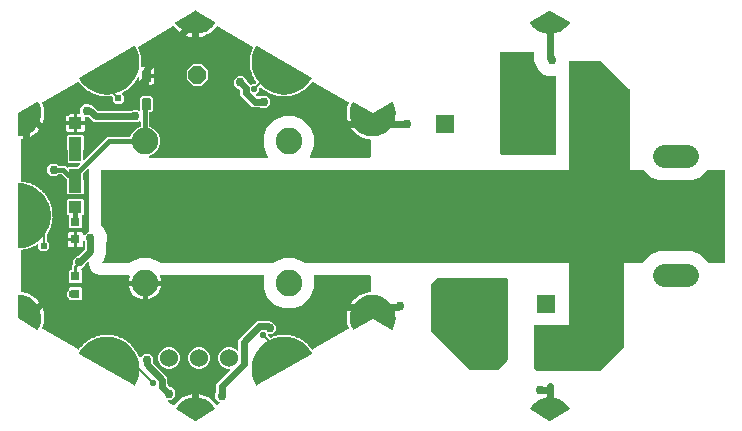
<source format=gbr>
G04 EAGLE Gerber RS-274X export*
G75*
%MOMM*%
%FSLAX34Y34*%
%LPD*%
%INTop Copper*%
%IPPOS*%
%AMOC8*
5,1,8,0,0,1.08239X$1,22.5*%
G01*
%ADD10C,1.000000*%
%ADD11C,2.250000*%
%ADD12R,1.100000X1.000000*%
%ADD13R,0.800000X0.800000*%
%ADD14P,1.649562X8X112.500000*%
%ADD15C,1.524000*%
%ADD16R,1.000000X1.100000*%
%ADD17R,1.508000X1.508000*%
%ADD18C,1.508000*%
%ADD19R,1.800000X3.200000*%
%ADD20C,1.981200*%
%ADD21C,0.200000*%
%ADD22C,0.750000*%
%ADD23C,0.609600*%
%ADD24C,0.254000*%
%ADD25C,0.406400*%
%ADD26C,0.554800*%
%ADD27C,0.203200*%
%ADD28C,0.604800*%

G36*
X192174Y-43866D02*
X192174Y-43866D01*
X192262Y-43863D01*
X192314Y-43846D01*
X192369Y-43838D01*
X192449Y-43802D01*
X192532Y-43775D01*
X192571Y-43747D01*
X192628Y-43722D01*
X192742Y-43626D01*
X192805Y-43580D01*
X211855Y-24530D01*
X211908Y-24461D01*
X211968Y-24397D01*
X211993Y-24347D01*
X212026Y-24303D01*
X212057Y-24222D01*
X212097Y-24144D01*
X212105Y-24096D01*
X212128Y-24038D01*
X212140Y-23890D01*
X212153Y-23813D01*
X212153Y46864D01*
X227425Y46864D01*
X227540Y46883D01*
X227656Y46900D01*
X227661Y46903D01*
X227668Y46904D01*
X227770Y46958D01*
X227875Y47011D01*
X227879Y47016D01*
X227885Y47019D01*
X227965Y47103D01*
X228047Y47187D01*
X228051Y47193D01*
X228054Y47197D01*
X228062Y47214D01*
X228128Y47334D01*
X228670Y48641D01*
X234315Y54286D01*
X241690Y57341D01*
X269485Y57341D01*
X276860Y54286D01*
X282505Y48641D01*
X283047Y47334D01*
X283109Y47234D01*
X283168Y47134D01*
X283173Y47130D01*
X283176Y47125D01*
X283267Y47050D01*
X283355Y46974D01*
X283361Y46972D01*
X283366Y46968D01*
X283474Y46926D01*
X283583Y46882D01*
X283591Y46881D01*
X283596Y46880D01*
X283614Y46879D01*
X283750Y46864D01*
X296426Y46864D01*
X296445Y46867D01*
X296465Y46865D01*
X296566Y46887D01*
X296668Y46904D01*
X296686Y46913D01*
X296705Y46917D01*
X296794Y46970D01*
X296886Y47019D01*
X296899Y47033D01*
X296916Y47043D01*
X296984Y47122D01*
X297055Y47197D01*
X297063Y47215D01*
X297076Y47230D01*
X297115Y47326D01*
X297159Y47420D01*
X297161Y47440D01*
X297168Y47458D01*
X297187Y47625D01*
X297187Y125413D01*
X297184Y125432D01*
X297186Y125452D01*
X297164Y125553D01*
X297147Y125655D01*
X297138Y125673D01*
X297133Y125692D01*
X297080Y125781D01*
X297032Y125873D01*
X297018Y125886D01*
X297007Y125903D01*
X296929Y125971D01*
X296854Y126042D01*
X296836Y126050D01*
X296820Y126063D01*
X296724Y126102D01*
X296631Y126146D01*
X296611Y126148D01*
X296592Y126155D01*
X296426Y126174D01*
X283011Y126174D01*
X282921Y126159D01*
X282830Y126152D01*
X282800Y126139D01*
X282768Y126134D01*
X282687Y126091D01*
X282603Y126056D01*
X282571Y126030D01*
X282551Y126019D01*
X282528Y125996D01*
X282472Y125951D01*
X276860Y120339D01*
X269485Y117284D01*
X241690Y117284D01*
X234315Y120339D01*
X228703Y125951D01*
X228629Y126004D01*
X228559Y126063D01*
X228529Y126075D01*
X228503Y126094D01*
X228416Y126121D01*
X228331Y126155D01*
X228290Y126160D01*
X228268Y126167D01*
X228236Y126166D01*
X228164Y126174D01*
X216915Y126174D01*
X216915Y193675D01*
X216903Y193762D01*
X216900Y193849D01*
X216883Y193902D01*
X216875Y193957D01*
X216840Y194036D01*
X216813Y194120D01*
X216785Y194159D01*
X216759Y194216D01*
X216663Y194329D01*
X216618Y194393D01*
X192805Y218205D01*
X192736Y218258D01*
X192672Y218318D01*
X192622Y218343D01*
X192578Y218376D01*
X192497Y218407D01*
X192419Y218447D01*
X192371Y218455D01*
X192313Y218478D01*
X192165Y218490D01*
X192088Y218503D01*
X166688Y218503D01*
X166630Y218495D01*
X166571Y218496D01*
X166490Y218475D01*
X166406Y218463D01*
X166353Y218439D01*
X166296Y218424D01*
X166224Y218381D01*
X166147Y218347D01*
X166102Y218309D01*
X166052Y218279D01*
X165994Y218217D01*
X165930Y218163D01*
X165897Y218114D01*
X165857Y218072D01*
X165819Y217997D01*
X165772Y217926D01*
X165754Y217871D01*
X165728Y217819D01*
X165716Y217751D01*
X165686Y217655D01*
X165684Y217556D01*
X165672Y217488D01*
X165672Y126174D01*
X-230188Y126174D01*
X-230207Y126171D01*
X-230227Y126173D01*
X-230328Y126151D01*
X-230430Y126134D01*
X-230448Y126125D01*
X-230467Y126120D01*
X-230556Y126067D01*
X-230648Y126019D01*
X-230661Y126005D01*
X-230678Y125994D01*
X-230746Y125916D01*
X-230817Y125841D01*
X-230825Y125823D01*
X-230838Y125807D01*
X-230877Y125711D01*
X-230921Y125618D01*
X-230923Y125598D01*
X-230930Y125579D01*
X-230949Y125413D01*
X-230949Y79487D01*
X-230934Y79397D01*
X-230927Y79306D01*
X-230914Y79276D01*
X-230909Y79244D01*
X-230866Y79163D01*
X-230831Y79079D01*
X-230805Y79047D01*
X-230794Y79027D01*
X-230771Y79005D01*
X-230726Y78949D01*
X-227920Y76142D01*
X-225802Y71030D01*
X-225802Y65495D01*
X-226446Y63941D01*
X-226461Y63877D01*
X-226485Y63816D01*
X-226494Y63733D01*
X-226502Y63701D01*
X-226500Y63682D01*
X-226504Y63649D01*
X-226504Y54523D01*
X-228515Y49668D01*
X-230019Y48163D01*
X-230061Y48105D01*
X-230110Y48053D01*
X-230132Y48006D01*
X-230163Y47964D01*
X-230184Y47895D01*
X-230214Y47830D01*
X-230220Y47778D01*
X-230235Y47728D01*
X-230233Y47657D01*
X-230241Y47586D01*
X-230230Y47535D01*
X-230229Y47483D01*
X-230204Y47415D01*
X-230189Y47345D01*
X-230162Y47301D01*
X-230144Y47252D01*
X-230099Y47196D01*
X-230063Y47134D01*
X-230023Y47100D01*
X-229991Y47060D01*
X-229930Y47021D01*
X-229876Y46974D01*
X-229828Y46955D01*
X-229784Y46927D01*
X-229714Y46909D01*
X-229648Y46882D01*
X-229576Y46874D01*
X-229545Y46866D01*
X-229522Y46868D01*
X-229481Y46864D01*
X-207568Y46864D01*
X-207478Y46879D01*
X-207387Y46886D01*
X-207358Y46898D01*
X-207326Y46904D01*
X-207245Y46946D01*
X-207161Y46982D01*
X-207129Y47008D01*
X-207108Y47019D01*
X-207086Y47042D01*
X-207030Y47087D01*
X-205803Y48314D01*
X-197934Y51573D01*
X-189416Y51573D01*
X-181547Y48314D01*
X-180320Y47087D01*
X-180246Y47034D01*
X-180176Y46974D01*
X-180146Y46962D01*
X-180120Y46943D01*
X-180033Y46916D01*
X-179948Y46882D01*
X-179907Y46878D01*
X-179885Y46871D01*
X-179853Y46872D01*
X-179782Y46864D01*
X-85568Y46864D01*
X-85478Y46879D01*
X-85387Y46886D01*
X-85358Y46898D01*
X-85326Y46904D01*
X-85245Y46946D01*
X-85161Y46982D01*
X-85129Y47008D01*
X-85108Y47019D01*
X-85086Y47042D01*
X-85030Y47087D01*
X-83803Y48314D01*
X-75934Y51573D01*
X-67416Y51573D01*
X-59547Y48314D01*
X-58320Y47087D01*
X-58246Y47034D01*
X-58176Y46974D01*
X-58146Y46962D01*
X-58120Y46943D01*
X-58033Y46916D01*
X-57948Y46882D01*
X-57907Y46878D01*
X-57885Y46871D01*
X-57853Y46872D01*
X-57782Y46864D01*
X165672Y46864D01*
X165672Y-4342D01*
X164680Y-5335D01*
X136525Y-5335D01*
X136467Y-5343D01*
X136409Y-5341D01*
X136327Y-5363D01*
X136244Y-5375D01*
X136190Y-5399D01*
X136134Y-5413D01*
X136061Y-5456D01*
X135984Y-5491D01*
X135939Y-5529D01*
X135889Y-5559D01*
X135831Y-5620D01*
X135767Y-5675D01*
X135735Y-5723D01*
X135695Y-5766D01*
X135656Y-5841D01*
X135610Y-5911D01*
X135592Y-5967D01*
X135565Y-6019D01*
X135554Y-6087D01*
X135524Y-6182D01*
X135521Y-6282D01*
X135510Y-6350D01*
X135510Y-41275D01*
X135522Y-41362D01*
X135525Y-41449D01*
X135542Y-41502D01*
X135550Y-41557D01*
X135585Y-41636D01*
X135612Y-41720D01*
X135640Y-41759D01*
X135666Y-41816D01*
X135762Y-41929D01*
X135807Y-41993D01*
X137395Y-43580D01*
X137464Y-43633D01*
X137528Y-43693D01*
X137578Y-43718D01*
X137622Y-43751D01*
X137704Y-43782D01*
X137781Y-43822D01*
X137829Y-43830D01*
X137887Y-43853D01*
X138035Y-43865D01*
X138113Y-43878D01*
X192088Y-43878D01*
X192174Y-43866D01*
G37*
G36*
X-150796Y-86377D02*
X-150796Y-86377D01*
X-150719Y-86378D01*
X-150695Y-86369D01*
X-150675Y-86367D01*
X-150635Y-86347D01*
X-150563Y-86320D01*
X-134063Y-76820D01*
X-134042Y-76801D01*
X-134015Y-76789D01*
X-133981Y-76751D01*
X-133978Y-76749D01*
X-133976Y-76745D01*
X-133968Y-76736D01*
X-133914Y-76689D01*
X-133902Y-76663D01*
X-133882Y-76641D01*
X-133859Y-76574D01*
X-133828Y-76509D01*
X-133827Y-76480D01*
X-133818Y-76453D01*
X-133822Y-76382D01*
X-133819Y-76311D01*
X-133829Y-76284D01*
X-133831Y-76255D01*
X-133874Y-76164D01*
X-133888Y-76124D01*
X-133896Y-76116D01*
X-133902Y-76104D01*
X-135643Y-73580D01*
X-135668Y-73557D01*
X-135694Y-73518D01*
X-137818Y-71307D01*
X-137846Y-71288D01*
X-137878Y-71254D01*
X-140330Y-69412D01*
X-140360Y-69397D01*
X-140398Y-69369D01*
X-143113Y-67944D01*
X-143145Y-67934D01*
X-143186Y-67912D01*
X-146095Y-66941D01*
X-146121Y-66938D01*
X-146131Y-66937D01*
X-146173Y-66922D01*
X-149199Y-66430D01*
X-149233Y-66432D01*
X-149279Y-66424D01*
X-149289Y-66424D01*
X-149289Y-63872D01*
X-148092Y-63946D01*
X-145414Y-64447D01*
X-142816Y-65273D01*
X-140340Y-66412D01*
X-138023Y-67847D01*
X-135900Y-69555D01*
X-134003Y-71512D01*
X-133167Y-72619D01*
X-133098Y-72685D01*
X-133033Y-72757D01*
X-133009Y-72770D01*
X-132989Y-72789D01*
X-132902Y-72829D01*
X-132818Y-72876D01*
X-132791Y-72881D01*
X-132766Y-72893D01*
X-132671Y-72904D01*
X-132576Y-72921D01*
X-132549Y-72917D01*
X-132522Y-72921D01*
X-132428Y-72900D01*
X-132333Y-72887D01*
X-132301Y-72873D01*
X-132281Y-72869D01*
X-132253Y-72852D01*
X-132179Y-72820D01*
X-130383Y-71783D01*
X-130346Y-71752D01*
X-130304Y-71730D01*
X-130252Y-71675D01*
X-130193Y-71627D01*
X-130167Y-71586D01*
X-130134Y-71552D01*
X-130102Y-71483D01*
X-130062Y-71419D01*
X-130051Y-71372D01*
X-130031Y-71328D01*
X-130022Y-71253D01*
X-130005Y-71179D01*
X-130009Y-71132D01*
X-130004Y-71084D01*
X-130020Y-71010D01*
X-130026Y-70934D01*
X-130046Y-70891D01*
X-130056Y-70844D01*
X-130095Y-70779D01*
X-130125Y-70709D01*
X-130157Y-70674D01*
X-130182Y-70633D01*
X-130239Y-70583D01*
X-130291Y-70527D01*
X-130332Y-70504D01*
X-130369Y-70473D01*
X-130439Y-70444D01*
X-130505Y-70407D01*
X-130552Y-70399D01*
X-130597Y-70381D01*
X-130725Y-70366D01*
X-130747Y-70362D01*
X-130754Y-70363D01*
X-130764Y-70362D01*
X-130772Y-70362D01*
X-133862Y-67272D01*
X-133862Y-62903D01*
X-133383Y-62424D01*
X-133339Y-62362D01*
X-133309Y-62330D01*
X-133303Y-62318D01*
X-133271Y-62280D01*
X-133258Y-62250D01*
X-133240Y-62224D01*
X-133213Y-62137D01*
X-133179Y-62052D01*
X-133174Y-62011D01*
X-133167Y-61989D01*
X-133168Y-61957D01*
X-133160Y-61885D01*
X-133160Y-55036D01*
X-121906Y-43782D01*
X-121865Y-43724D01*
X-121815Y-43672D01*
X-121793Y-43624D01*
X-121763Y-43582D01*
X-121742Y-43514D01*
X-121712Y-43448D01*
X-121706Y-43397D01*
X-121691Y-43347D01*
X-121692Y-43275D01*
X-121685Y-43204D01*
X-121696Y-43153D01*
X-121697Y-43101D01*
X-121722Y-43034D01*
X-121737Y-42964D01*
X-121763Y-42919D01*
X-121781Y-42870D01*
X-121826Y-42814D01*
X-121863Y-42753D01*
X-121903Y-42719D01*
X-121935Y-42678D01*
X-121995Y-42639D01*
X-122050Y-42593D01*
X-122098Y-42573D01*
X-122142Y-42545D01*
X-122211Y-42528D01*
X-122278Y-42501D01*
X-122349Y-42493D01*
X-122381Y-42485D01*
X-122404Y-42487D01*
X-122445Y-42482D01*
X-124056Y-42482D01*
X-127418Y-41090D01*
X-129990Y-38518D01*
X-131382Y-35156D01*
X-131382Y-31519D01*
X-129990Y-28157D01*
X-127418Y-25585D01*
X-124056Y-24193D01*
X-120419Y-24193D01*
X-117057Y-25585D01*
X-115918Y-26725D01*
X-115860Y-26766D01*
X-115808Y-26816D01*
X-115760Y-26838D01*
X-115718Y-26868D01*
X-115650Y-26889D01*
X-115584Y-26919D01*
X-115533Y-26925D01*
X-115483Y-26941D01*
X-115411Y-26939D01*
X-115340Y-26947D01*
X-115289Y-26936D01*
X-115237Y-26934D01*
X-115170Y-26910D01*
X-115100Y-26894D01*
X-115055Y-26868D01*
X-115006Y-26850D01*
X-114950Y-26805D01*
X-114889Y-26768D01*
X-114855Y-26729D01*
X-114814Y-26696D01*
X-114775Y-26636D01*
X-114729Y-26581D01*
X-114709Y-26533D01*
X-114681Y-26489D01*
X-114664Y-26420D01*
X-114637Y-26353D01*
X-114629Y-26282D01*
X-114621Y-26251D01*
X-114623Y-26227D01*
X-114618Y-26186D01*
X-114618Y-17875D01*
X-98520Y-1777D01*
X-87504Y-1777D01*
X-86842Y-2440D01*
X-86768Y-2493D01*
X-86698Y-2552D01*
X-86668Y-2565D01*
X-86642Y-2583D01*
X-86555Y-2610D01*
X-86470Y-2644D01*
X-86429Y-2649D01*
X-86407Y-2656D01*
X-86375Y-2655D01*
X-86304Y-2663D01*
X-85626Y-2663D01*
X-82536Y-5753D01*
X-82536Y-10122D01*
X-85626Y-13212D01*
X-88523Y-13212D01*
X-88543Y-13215D01*
X-88563Y-13213D01*
X-88664Y-13235D01*
X-88766Y-13252D01*
X-88784Y-13261D01*
X-88803Y-13266D01*
X-88892Y-13319D01*
X-88983Y-13367D01*
X-88997Y-13381D01*
X-89014Y-13392D01*
X-89082Y-13470D01*
X-89153Y-13545D01*
X-89161Y-13563D01*
X-89174Y-13579D01*
X-89213Y-13675D01*
X-89256Y-13768D01*
X-89259Y-13788D01*
X-89266Y-13807D01*
X-89285Y-13973D01*
X-89285Y-14086D01*
X-89270Y-14176D01*
X-89263Y-14267D01*
X-89250Y-14297D01*
X-89245Y-14329D01*
X-89202Y-14410D01*
X-89166Y-14494D01*
X-89141Y-14526D01*
X-89130Y-14546D01*
X-89106Y-14569D01*
X-89062Y-14625D01*
X-87944Y-15743D01*
X-87855Y-15806D01*
X-87768Y-15874D01*
X-87755Y-15878D01*
X-87744Y-15886D01*
X-87639Y-15918D01*
X-87535Y-15954D01*
X-87522Y-15954D01*
X-87509Y-15958D01*
X-87399Y-15956D01*
X-87289Y-15957D01*
X-87273Y-15952D01*
X-87263Y-15952D01*
X-87236Y-15942D01*
X-87127Y-15913D01*
X-85360Y-15220D01*
X-85330Y-15202D01*
X-85297Y-15192D01*
X-85225Y-15140D01*
X-85148Y-15094D01*
X-85125Y-15068D01*
X-85097Y-15048D01*
X-85048Y-14985D01*
X-84421Y-14842D01*
X-84390Y-14830D01*
X-84312Y-14809D01*
X-83716Y-14575D01*
X-83645Y-14587D01*
X-83559Y-14608D01*
X-83524Y-14606D01*
X-83490Y-14611D01*
X-83323Y-14592D01*
X-81174Y-14103D01*
X-81142Y-14089D01*
X-81108Y-14084D01*
X-81029Y-14043D01*
X-80946Y-14010D01*
X-80920Y-13987D01*
X-80889Y-13971D01*
X-80831Y-13917D01*
X-80189Y-13869D01*
X-80157Y-13862D01*
X-80077Y-13852D01*
X-79452Y-13710D01*
X-79384Y-13732D01*
X-79302Y-13766D01*
X-79267Y-13769D01*
X-79234Y-13780D01*
X-79067Y-13786D01*
X-76869Y-13622D01*
X-76835Y-13613D01*
X-76800Y-13613D01*
X-76716Y-13585D01*
X-76630Y-13564D01*
X-76600Y-13545D01*
X-76567Y-13534D01*
X-76502Y-13489D01*
X-75860Y-13538D01*
X-75827Y-13535D01*
X-75746Y-13538D01*
X-75108Y-13490D01*
X-75043Y-13522D01*
X-74967Y-13568D01*
X-74934Y-13576D01*
X-74903Y-13591D01*
X-74738Y-13622D01*
X-72540Y-13788D01*
X-72505Y-13785D01*
X-72471Y-13790D01*
X-72383Y-13774D01*
X-72295Y-13766D01*
X-72263Y-13752D01*
X-72229Y-13746D01*
X-72157Y-13712D01*
X-71530Y-13855D01*
X-71497Y-13857D01*
X-71417Y-13872D01*
X-70779Y-13920D01*
X-70720Y-13961D01*
X-70652Y-14018D01*
X-70620Y-14031D01*
X-70591Y-14051D01*
X-70433Y-14106D01*
X-68284Y-14597D01*
X-68249Y-14599D01*
X-68216Y-14609D01*
X-68127Y-14607D01*
X-68038Y-14613D01*
X-68005Y-14604D01*
X-67970Y-14603D01*
X-67894Y-14579D01*
X-67295Y-14814D01*
X-67263Y-14821D01*
X-67187Y-14848D01*
X-66562Y-14991D01*
X-66510Y-15040D01*
X-66451Y-15107D01*
X-66421Y-15124D01*
X-66396Y-15148D01*
X-66248Y-15226D01*
X-64196Y-16032D01*
X-64162Y-16039D01*
X-64131Y-16054D01*
X-64043Y-16065D01*
X-63956Y-16084D01*
X-63921Y-16080D01*
X-63887Y-16084D01*
X-63808Y-16072D01*
X-63251Y-16394D01*
X-63220Y-16406D01*
X-63149Y-16443D01*
X-62553Y-16678D01*
X-62508Y-16734D01*
X-62460Y-16809D01*
X-62433Y-16830D01*
X-62412Y-16858D01*
X-62277Y-16957D01*
X-60368Y-18060D01*
X-60336Y-18072D01*
X-60307Y-18092D01*
X-60221Y-18115D01*
X-60138Y-18147D01*
X-60103Y-18148D01*
X-60070Y-18157D01*
X-59991Y-18157D01*
X-59488Y-18559D01*
X-59459Y-18575D01*
X-59393Y-18623D01*
X-58839Y-18943D01*
X-58804Y-19006D01*
X-58767Y-19087D01*
X-58744Y-19112D01*
X-58727Y-19142D01*
X-58608Y-19261D01*
X-56885Y-20636D01*
X-56855Y-20653D01*
X-56829Y-20676D01*
X-56817Y-20681D01*
X-56814Y-20684D01*
X-56786Y-20695D01*
X-56748Y-20712D01*
X-56670Y-20756D01*
X-56636Y-20762D01*
X-56605Y-20777D01*
X-56526Y-20788D01*
X-56089Y-21260D01*
X-56063Y-21280D01*
X-56005Y-21338D01*
X-55505Y-21737D01*
X-55484Y-21791D01*
X-55474Y-21835D01*
X-55467Y-21849D01*
X-55455Y-21890D01*
X-55435Y-21918D01*
X-55423Y-21951D01*
X-55323Y-22086D01*
X-53825Y-23702D01*
X-53797Y-23723D01*
X-53776Y-23750D01*
X-53701Y-23798D01*
X-53630Y-23853D01*
X-53598Y-23864D01*
X-53568Y-23883D01*
X-53493Y-23906D01*
X-53130Y-24438D01*
X-53107Y-24462D01*
X-53059Y-24527D01*
X-52624Y-24997D01*
X-52609Y-25067D01*
X-52598Y-25155D01*
X-52583Y-25186D01*
X-52575Y-25220D01*
X-52496Y-25368D01*
X-52186Y-25824D01*
X-52167Y-25844D01*
X-52161Y-25853D01*
X-52145Y-25867D01*
X-52107Y-25906D01*
X-52030Y-25991D01*
X-52023Y-25995D01*
X-52017Y-26002D01*
X-51916Y-26055D01*
X-51816Y-26111D01*
X-51807Y-26113D01*
X-51799Y-26117D01*
X-51686Y-26135D01*
X-51574Y-26156D01*
X-51565Y-26155D01*
X-51557Y-26156D01*
X-51444Y-26138D01*
X-51330Y-26122D01*
X-51321Y-26117D01*
X-51314Y-26116D01*
X-51294Y-26106D01*
X-51177Y-26054D01*
X-21452Y-8893D01*
X-21379Y-8833D01*
X-21301Y-8779D01*
X-21284Y-8756D01*
X-21262Y-8737D01*
X-21211Y-8657D01*
X-21155Y-8581D01*
X-21146Y-8553D01*
X-21131Y-8529D01*
X-21109Y-8437D01*
X-21080Y-8347D01*
X-21080Y-8318D01*
X-21073Y-8290D01*
X-21082Y-8195D01*
X-21083Y-8101D01*
X-21093Y-8066D01*
X-21095Y-8045D01*
X-21108Y-8015D01*
X-21130Y-7940D01*
X-21733Y-6502D01*
X-22481Y-3795D01*
X-22881Y-1016D01*
X-22925Y1792D01*
X-22614Y4583D01*
X-21952Y7312D01*
X-21586Y8269D01*
X-18784Y8269D01*
X-19393Y6820D01*
X-19400Y6785D01*
X-19419Y6740D01*
X-20147Y3636D01*
X-20148Y3601D01*
X-20159Y3553D01*
X-20359Y371D01*
X-20354Y336D01*
X-20357Y288D01*
X-20024Y-2884D01*
X-20014Y-2917D01*
X-20008Y-2966D01*
X-19151Y-6037D01*
X-19135Y-6068D01*
X-19122Y-6115D01*
X-17764Y-9000D01*
X-17747Y-9023D01*
X-17737Y-9051D01*
X-17688Y-9103D01*
X-17645Y-9160D01*
X-17620Y-9174D01*
X-17600Y-9195D01*
X-17535Y-9224D01*
X-17474Y-9260D01*
X-17445Y-9264D01*
X-17418Y-9275D01*
X-17347Y-9276D01*
X-17277Y-9285D01*
X-17249Y-9278D01*
X-17219Y-9278D01*
X-17126Y-9243D01*
X-17085Y-9232D01*
X-17076Y-9225D01*
X-17063Y-9220D01*
X-813Y136D01*
X15438Y-9220D01*
X15466Y-9229D01*
X15490Y-9246D01*
X15560Y-9261D01*
X15627Y-9283D01*
X15656Y-9281D01*
X15685Y-9287D01*
X15754Y-9273D01*
X15825Y-9267D01*
X15851Y-9254D01*
X15880Y-9248D01*
X15939Y-9208D01*
X16002Y-9176D01*
X16020Y-9153D01*
X16044Y-9137D01*
X16101Y-9055D01*
X16128Y-9022D01*
X16131Y-9011D01*
X16139Y-9000D01*
X17497Y-6115D01*
X17505Y-6081D01*
X17526Y-6037D01*
X18383Y-2966D01*
X18386Y-2931D01*
X18399Y-2884D01*
X18732Y288D01*
X18729Y323D01*
X18734Y371D01*
X18534Y3553D01*
X18525Y3587D01*
X18522Y3636D01*
X17794Y6740D01*
X17779Y6772D01*
X17768Y6820D01*
X16532Y9759D01*
X16512Y9788D01*
X16493Y9833D01*
X14785Y12525D01*
X14761Y12551D01*
X14734Y12592D01*
X12601Y14962D01*
X12573Y14982D01*
X12540Y15019D01*
X10041Y16999D01*
X10010Y17015D01*
X9972Y17046D01*
X7177Y18582D01*
X7144Y18592D01*
X7101Y18616D01*
X7021Y18644D01*
X5587Y19143D01*
X4154Y19642D01*
X4090Y19664D01*
X4055Y19669D01*
X4009Y19685D01*
X865Y20217D01*
X830Y20216D01*
X782Y20224D01*
X-2407Y20224D01*
X-2441Y20217D01*
X-2490Y20217D01*
X-5634Y19685D01*
X-5667Y19672D01*
X-5715Y19664D01*
X-8726Y18616D01*
X-8756Y18598D01*
X-8802Y18582D01*
X-11597Y17046D01*
X-11623Y17023D01*
X-11666Y16999D01*
X-14165Y15019D01*
X-14188Y14992D01*
X-14226Y14962D01*
X-16359Y12592D01*
X-16377Y12562D01*
X-16410Y12525D01*
X-17178Y11316D01*
X-20210Y11316D01*
X-19624Y12411D01*
X-18521Y13959D01*
X-17995Y14698D01*
X-16089Y16761D01*
X-13938Y18566D01*
X-11576Y20084D01*
X-9041Y21291D01*
X-6373Y22167D01*
X-3615Y22699D01*
X-3127Y22730D01*
X-3012Y22756D01*
X-2895Y22781D01*
X-2891Y22784D01*
X-2887Y22785D01*
X-2787Y22846D01*
X-2684Y22908D01*
X-2681Y22911D01*
X-2677Y22913D01*
X-2602Y23003D01*
X-2524Y23094D01*
X-2522Y23099D01*
X-2520Y23102D01*
X-2477Y23212D01*
X-2432Y23323D01*
X-2432Y23328D01*
X-2430Y23331D01*
X-2430Y23346D01*
X-2414Y23489D01*
X-2414Y35941D01*
X-2417Y35961D01*
X-2415Y35980D01*
X-2437Y36082D01*
X-2454Y36184D01*
X-2463Y36201D01*
X-2467Y36221D01*
X-2520Y36310D01*
X-2569Y36401D01*
X-2583Y36415D01*
X-2593Y36432D01*
X-2672Y36499D01*
X-2747Y36571D01*
X-2765Y36579D01*
X-2780Y36592D01*
X-2876Y36631D01*
X-2970Y36674D01*
X-2990Y36676D01*
X-3008Y36684D01*
X-3175Y36702D01*
X-50070Y36702D01*
X-50115Y36695D01*
X-50161Y36697D01*
X-50236Y36675D01*
X-50313Y36663D01*
X-50353Y36641D01*
X-50397Y36628D01*
X-50461Y36584D01*
X-50530Y36547D01*
X-50562Y36514D01*
X-50599Y36488D01*
X-50646Y36426D01*
X-50699Y36369D01*
X-50719Y36327D01*
X-50746Y36291D01*
X-50770Y36217D01*
X-50803Y36146D01*
X-50808Y36100D01*
X-50822Y36057D01*
X-50821Y35979D01*
X-50830Y35902D01*
X-50820Y35857D01*
X-50820Y35811D01*
X-50782Y35679D01*
X-50778Y35661D01*
X-50775Y35657D01*
X-50773Y35650D01*
X-50264Y34421D01*
X-50264Y25904D01*
X-53524Y18034D01*
X-59547Y12011D01*
X-67416Y8752D01*
X-75934Y8752D01*
X-83803Y12011D01*
X-89826Y18034D01*
X-93086Y25904D01*
X-93086Y34421D01*
X-92577Y35650D01*
X-92566Y35694D01*
X-92547Y35736D01*
X-92539Y35813D01*
X-92521Y35889D01*
X-92525Y35935D01*
X-92520Y35980D01*
X-92537Y36057D01*
X-92544Y36134D01*
X-92563Y36176D01*
X-92572Y36221D01*
X-92612Y36288D01*
X-92644Y36359D01*
X-92675Y36393D01*
X-92698Y36432D01*
X-92758Y36483D01*
X-92810Y36540D01*
X-92850Y36562D01*
X-92885Y36592D01*
X-92958Y36621D01*
X-93026Y36658D01*
X-93071Y36667D01*
X-93114Y36684D01*
X-93249Y36699D01*
X-93268Y36702D01*
X-93273Y36701D01*
X-93280Y36702D01*
X-180287Y36702D01*
X-180362Y36690D01*
X-180437Y36687D01*
X-180483Y36670D01*
X-180530Y36663D01*
X-180597Y36627D01*
X-180668Y36600D01*
X-180705Y36570D01*
X-180747Y36547D01*
X-180799Y36493D01*
X-180858Y36445D01*
X-180884Y36404D01*
X-180917Y36369D01*
X-180949Y36300D01*
X-180989Y36236D01*
X-181000Y36190D01*
X-181020Y36146D01*
X-181029Y36071D01*
X-181046Y35997D01*
X-181042Y35949D01*
X-181047Y35902D01*
X-181031Y35828D01*
X-181025Y35752D01*
X-181002Y35692D01*
X-180995Y35661D01*
X-180982Y35639D01*
X-180965Y35595D01*
X-180895Y35456D01*
X-180224Y33392D01*
X-179954Y31686D01*
X-192913Y31686D01*
X-192933Y31682D01*
X-192952Y31685D01*
X-193054Y31663D01*
X-193156Y31646D01*
X-193173Y31637D01*
X-193193Y31632D01*
X-193282Y31579D01*
X-193373Y31531D01*
X-193387Y31516D01*
X-193404Y31506D01*
X-193471Y31428D01*
X-193542Y31353D01*
X-193551Y31334D01*
X-193564Y31319D01*
X-193602Y31223D01*
X-193646Y31129D01*
X-193648Y31110D01*
X-193656Y31091D01*
X-193674Y30924D01*
X-193674Y30162D01*
X-193676Y30162D01*
X-193676Y30924D01*
X-193679Y30944D01*
X-193677Y30964D01*
X-193699Y31065D01*
X-193716Y31167D01*
X-193725Y31185D01*
X-193729Y31204D01*
X-193782Y31293D01*
X-193831Y31385D01*
X-193845Y31398D01*
X-193855Y31415D01*
X-193934Y31483D01*
X-194009Y31554D01*
X-194027Y31562D01*
X-194042Y31575D01*
X-194138Y31614D01*
X-194232Y31658D01*
X-194252Y31660D01*
X-194270Y31667D01*
X-194437Y31686D01*
X-207396Y31686D01*
X-207126Y33392D01*
X-206455Y35456D01*
X-206385Y35595D01*
X-206361Y35667D01*
X-206330Y35736D01*
X-206324Y35784D01*
X-206310Y35830D01*
X-206311Y35905D01*
X-206303Y35980D01*
X-206313Y36028D01*
X-206314Y36076D01*
X-206339Y36147D01*
X-206355Y36221D01*
X-206379Y36262D01*
X-206396Y36307D01*
X-206442Y36367D01*
X-206481Y36432D01*
X-206517Y36463D01*
X-206547Y36501D01*
X-206610Y36543D01*
X-206668Y36592D01*
X-206713Y36610D01*
X-206753Y36636D01*
X-206826Y36655D01*
X-206896Y36684D01*
X-206961Y36691D01*
X-206991Y36699D01*
X-207016Y36697D01*
X-207063Y36702D01*
X-232360Y36702D01*
X-236375Y38365D01*
X-239447Y41438D01*
X-241110Y45452D01*
X-241110Y47448D01*
X-241122Y47518D01*
X-241124Y47590D01*
X-241142Y47639D01*
X-241150Y47690D01*
X-241183Y47754D01*
X-241208Y47821D01*
X-241241Y47862D01*
X-241265Y47908D01*
X-241317Y47957D01*
X-241362Y48013D01*
X-241406Y48041D01*
X-241443Y48077D01*
X-241508Y48107D01*
X-241569Y48146D01*
X-241619Y48159D01*
X-241666Y48181D01*
X-241738Y48189D01*
X-241807Y48206D01*
X-241859Y48202D01*
X-241911Y48208D01*
X-241981Y48193D01*
X-242052Y48187D01*
X-242100Y48167D01*
X-242151Y48156D01*
X-242213Y48119D01*
X-242279Y48091D01*
X-242335Y48046D01*
X-242362Y48029D01*
X-242378Y48012D01*
X-242410Y47986D01*
X-243740Y46656D01*
X-243793Y46582D01*
X-243852Y46512D01*
X-243865Y46482D01*
X-243883Y46456D01*
X-243910Y46369D01*
X-243944Y46284D01*
X-243949Y46243D01*
X-243956Y46221D01*
X-243955Y46189D01*
X-243963Y46118D01*
X-243963Y45440D01*
X-247254Y42149D01*
X-247265Y42133D01*
X-247281Y42121D01*
X-247311Y42074D01*
X-247328Y42056D01*
X-247341Y42028D01*
X-247397Y41949D01*
X-247403Y41930D01*
X-247414Y41914D01*
X-247439Y41813D01*
X-247470Y41714D01*
X-247469Y41694D01*
X-247474Y41675D01*
X-247466Y41572D01*
X-247463Y41468D01*
X-247456Y41450D01*
X-247455Y41430D01*
X-247415Y41335D01*
X-247379Y41237D01*
X-247366Y41222D01*
X-247359Y41204D01*
X-247254Y41073D01*
X-246888Y40707D01*
X-246888Y31443D01*
X-247781Y30550D01*
X-257044Y30550D01*
X-257937Y31443D01*
X-257937Y40707D01*
X-257044Y41600D01*
X-255968Y41600D01*
X-255949Y41603D01*
X-255929Y41601D01*
X-255828Y41623D01*
X-255726Y41639D01*
X-255708Y41649D01*
X-255689Y41653D01*
X-255600Y41706D01*
X-255508Y41755D01*
X-255495Y41769D01*
X-255478Y41779D01*
X-255410Y41858D01*
X-255339Y41933D01*
X-255331Y41951D01*
X-255318Y41966D01*
X-255279Y42062D01*
X-255235Y42156D01*
X-255233Y42176D01*
X-255226Y42194D01*
X-255207Y42361D01*
X-255207Y45608D01*
X-254735Y46080D01*
X-254682Y46154D01*
X-254623Y46223D01*
X-254610Y46253D01*
X-254592Y46279D01*
X-254565Y46366D01*
X-254531Y46451D01*
X-254526Y46492D01*
X-254519Y46514D01*
X-254520Y46547D01*
X-254512Y46618D01*
X-254512Y49810D01*
X-251422Y52900D01*
X-250745Y52900D01*
X-250655Y52914D01*
X-250564Y52922D01*
X-250534Y52934D01*
X-250502Y52939D01*
X-250421Y52982D01*
X-250338Y53018D01*
X-250305Y53044D01*
X-250285Y53055D01*
X-250263Y53078D01*
X-250207Y53123D01*
X-244508Y58821D01*
X-244455Y58895D01*
X-244396Y58965D01*
X-244383Y58995D01*
X-244365Y59021D01*
X-244338Y59108D01*
X-244304Y59193D01*
X-244299Y59234D01*
X-244292Y59256D01*
X-244293Y59288D01*
X-244285Y59359D01*
X-244285Y65060D01*
X-244300Y65150D01*
X-244307Y65241D01*
X-244320Y65271D01*
X-244325Y65303D01*
X-244368Y65383D01*
X-244403Y65467D01*
X-244429Y65500D01*
X-244440Y65520D01*
X-244463Y65543D01*
X-244508Y65598D01*
X-244572Y65663D01*
X-244630Y65704D01*
X-244682Y65754D01*
X-244730Y65776D01*
X-244772Y65806D01*
X-244840Y65827D01*
X-244906Y65857D01*
X-244957Y65863D01*
X-245007Y65879D01*
X-245079Y65877D01*
X-245150Y65885D01*
X-245201Y65874D01*
X-245253Y65872D01*
X-245320Y65848D01*
X-245390Y65832D01*
X-245435Y65806D01*
X-245484Y65788D01*
X-245540Y65743D01*
X-245601Y65706D01*
X-245635Y65667D01*
X-245676Y65634D01*
X-245715Y65574D01*
X-245761Y65519D01*
X-245781Y65471D01*
X-245809Y65427D01*
X-245826Y65358D01*
X-245853Y65291D01*
X-245861Y65220D01*
X-245869Y65189D01*
X-245867Y65165D01*
X-245872Y65124D01*
X-245872Y62778D01*
X-246045Y62132D01*
X-246379Y61552D01*
X-246852Y61079D01*
X-247432Y60745D01*
X-248078Y60572D01*
X-250889Y60572D01*
X-250889Y66350D01*
X-250893Y66370D01*
X-250890Y66390D01*
X-250912Y66491D01*
X-250929Y66593D01*
X-250938Y66611D01*
X-250943Y66630D01*
X-250996Y66719D01*
X-251044Y66811D01*
X-251059Y66824D01*
X-251069Y66841D01*
X-251147Y66909D01*
X-251222Y66980D01*
X-251241Y66988D01*
X-251256Y67001D01*
X-251352Y67040D01*
X-251446Y67084D01*
X-251465Y67086D01*
X-251484Y67093D01*
X-251651Y67112D01*
X-252413Y67112D01*
X-252413Y67113D01*
X-251651Y67113D01*
X-251631Y67117D01*
X-251611Y67114D01*
X-251510Y67136D01*
X-251408Y67153D01*
X-251390Y67162D01*
X-251371Y67167D01*
X-251282Y67220D01*
X-251190Y67268D01*
X-251177Y67283D01*
X-251160Y67293D01*
X-251092Y67372D01*
X-251021Y67447D01*
X-251013Y67465D01*
X-251000Y67480D01*
X-250961Y67576D01*
X-250917Y67670D01*
X-250915Y67689D01*
X-250908Y67708D01*
X-250889Y67875D01*
X-250889Y73653D01*
X-248078Y73653D01*
X-247432Y73480D01*
X-246852Y73146D01*
X-246379Y72673D01*
X-246045Y72093D01*
X-245872Y71447D01*
X-245872Y71401D01*
X-245860Y71330D01*
X-245858Y71258D01*
X-245840Y71209D01*
X-245832Y71158D01*
X-245798Y71095D01*
X-245774Y71027D01*
X-245741Y70987D01*
X-245717Y70941D01*
X-245665Y70891D01*
X-245620Y70835D01*
X-245576Y70807D01*
X-245539Y70771D01*
X-245474Y70741D01*
X-245413Y70702D01*
X-245363Y70689D01*
X-245316Y70668D01*
X-245244Y70660D01*
X-245175Y70642D01*
X-245123Y70646D01*
X-245071Y70640D01*
X-245001Y70656D01*
X-244930Y70661D01*
X-244882Y70682D01*
X-244831Y70693D01*
X-244769Y70729D01*
X-244703Y70758D01*
X-244647Y70802D01*
X-244620Y70819D01*
X-244604Y70837D01*
X-244572Y70862D01*
X-241897Y73537D01*
X-241871Y73537D01*
X-241852Y73540D01*
X-241832Y73538D01*
X-241731Y73560D01*
X-241629Y73577D01*
X-241611Y73586D01*
X-241592Y73591D01*
X-241503Y73644D01*
X-241411Y73692D01*
X-241398Y73706D01*
X-241381Y73717D01*
X-241313Y73795D01*
X-241242Y73870D01*
X-241234Y73888D01*
X-241221Y73904D01*
X-241182Y74000D01*
X-241138Y74093D01*
X-241136Y74113D01*
X-241129Y74132D01*
X-241110Y74298D01*
X-241110Y126109D01*
X-241122Y126180D01*
X-241124Y126252D01*
X-241142Y126301D01*
X-241150Y126352D01*
X-241184Y126416D01*
X-241208Y126483D01*
X-241241Y126524D01*
X-241265Y126570D01*
X-241317Y126619D01*
X-241362Y126675D01*
X-241406Y126703D01*
X-241443Y126739D01*
X-241508Y126769D01*
X-241569Y126808D01*
X-241619Y126821D01*
X-241666Y126843D01*
X-241738Y126851D01*
X-241807Y126868D01*
X-241859Y126864D01*
X-241911Y126870D01*
X-241981Y126854D01*
X-242052Y126849D01*
X-242100Y126829D01*
X-242151Y126817D01*
X-242213Y126781D01*
X-242279Y126753D01*
X-242335Y126708D01*
X-242362Y126691D01*
X-242378Y126673D01*
X-242410Y126648D01*
X-245665Y123393D01*
X-245718Y123319D01*
X-245777Y123249D01*
X-245789Y123219D01*
X-245808Y123193D01*
X-245835Y123106D01*
X-245869Y123021D01*
X-245874Y122980D01*
X-245881Y122958D01*
X-245880Y122926D01*
X-245888Y122854D01*
X-245888Y118134D01*
X-245873Y118044D01*
X-245866Y117953D01*
X-245853Y117924D01*
X-245848Y117892D01*
X-245805Y117811D01*
X-245770Y117727D01*
X-245744Y117695D01*
X-245733Y117674D01*
X-245710Y117652D01*
X-245665Y117596D01*
X-245388Y117319D01*
X-245388Y106056D01*
X-246281Y105163D01*
X-258544Y105163D01*
X-259437Y106056D01*
X-259437Y117381D01*
X-259452Y117472D01*
X-259459Y117562D01*
X-259472Y117592D01*
X-259477Y117624D01*
X-259520Y117705D01*
X-259555Y117789D01*
X-259581Y117821D01*
X-259592Y117842D01*
X-259615Y117864D01*
X-259660Y117920D01*
X-264065Y122324D01*
X-264139Y122377D01*
X-264208Y122437D01*
X-264238Y122449D01*
X-264265Y122468D01*
X-264351Y122495D01*
X-264436Y122529D01*
X-264477Y122533D01*
X-264500Y122540D01*
X-264532Y122539D01*
X-264603Y122547D01*
X-266497Y122547D01*
X-266587Y122533D01*
X-266678Y122525D01*
X-266708Y122513D01*
X-266740Y122508D01*
X-266820Y122465D01*
X-266904Y122429D01*
X-266936Y122403D01*
X-266957Y122392D01*
X-266979Y122369D01*
X-267035Y122324D01*
X-268706Y120654D01*
X-273076Y120654D01*
X-276166Y123743D01*
X-276166Y128113D01*
X-273076Y131203D01*
X-268706Y131203D01*
X-267387Y129884D01*
X-267313Y129831D01*
X-267243Y129771D01*
X-267213Y129759D01*
X-267187Y129740D01*
X-267100Y129713D01*
X-267015Y129679D01*
X-266974Y129675D01*
X-266952Y129668D01*
X-266920Y129669D01*
X-266848Y129661D01*
X-261341Y129661D01*
X-259750Y128070D01*
X-259734Y128058D01*
X-259722Y128043D01*
X-259635Y127987D01*
X-259551Y127926D01*
X-259532Y127921D01*
X-259515Y127910D01*
X-259414Y127884D01*
X-259316Y127854D01*
X-259296Y127855D01*
X-259276Y127850D01*
X-259173Y127858D01*
X-259070Y127860D01*
X-259051Y127867D01*
X-259031Y127869D01*
X-258936Y127909D01*
X-258839Y127945D01*
X-258823Y127957D01*
X-258805Y127965D01*
X-258674Y128070D01*
X-258044Y128700D01*
X-250733Y128700D01*
X-250643Y128714D01*
X-250552Y128722D01*
X-250522Y128734D01*
X-250490Y128739D01*
X-250410Y128782D01*
X-250326Y128818D01*
X-250294Y128844D01*
X-250273Y128855D01*
X-250251Y128878D01*
X-250195Y128923D01*
X-248767Y130351D01*
X-248725Y130409D01*
X-248676Y130461D01*
X-248654Y130508D01*
X-248623Y130550D01*
X-248602Y130619D01*
X-248572Y130684D01*
X-248566Y130736D01*
X-248551Y130786D01*
X-248553Y130857D01*
X-248545Y130928D01*
X-248556Y130979D01*
X-248557Y131031D01*
X-248582Y131099D01*
X-248597Y131169D01*
X-248624Y131214D01*
X-248642Y131262D01*
X-248687Y131318D01*
X-248723Y131380D01*
X-248763Y131414D01*
X-248795Y131454D01*
X-248856Y131493D01*
X-248910Y131540D01*
X-248958Y131559D01*
X-249002Y131587D01*
X-249072Y131605D01*
X-249138Y131632D01*
X-249210Y131640D01*
X-249241Y131648D01*
X-249264Y131646D01*
X-249305Y131650D01*
X-258044Y131650D01*
X-258937Y132543D01*
X-258937Y142216D01*
X-258952Y142306D01*
X-258959Y142397D01*
X-258972Y142426D01*
X-258977Y142458D01*
X-259020Y142539D01*
X-259055Y142623D01*
X-259081Y142655D01*
X-259092Y142676D01*
X-259115Y142698D01*
X-259160Y142754D01*
X-259437Y143031D01*
X-259437Y154294D01*
X-258544Y155187D01*
X-246281Y155187D01*
X-245388Y154294D01*
X-245388Y143031D01*
X-245665Y142754D01*
X-245718Y142680D01*
X-245777Y142610D01*
X-245790Y142580D01*
X-245808Y142554D01*
X-245835Y142467D01*
X-245869Y142382D01*
X-245874Y142341D01*
X-245881Y142319D01*
X-245880Y142287D01*
X-245888Y142216D01*
X-245888Y135068D01*
X-245876Y134997D01*
X-245874Y134925D01*
X-245856Y134876D01*
X-245848Y134825D01*
X-245814Y134761D01*
X-245790Y134694D01*
X-245757Y134653D01*
X-245733Y134607D01*
X-245681Y134558D01*
X-245636Y134502D01*
X-245592Y134474D01*
X-245555Y134438D01*
X-245490Y134408D01*
X-245429Y134369D01*
X-245379Y134356D01*
X-245332Y134334D01*
X-245260Y134326D01*
X-245191Y134309D01*
X-245139Y134313D01*
X-245087Y134307D01*
X-245017Y134323D01*
X-244946Y134328D01*
X-244898Y134348D01*
X-244847Y134360D01*
X-244785Y134396D01*
X-244719Y134424D01*
X-244663Y134469D01*
X-244636Y134486D01*
X-244620Y134504D01*
X-244588Y134529D01*
X-225398Y153719D01*
X-206538Y153719D01*
X-206423Y153738D01*
X-206307Y153755D01*
X-206301Y153758D01*
X-206295Y153759D01*
X-206192Y153813D01*
X-206087Y153867D01*
X-206083Y153871D01*
X-206078Y153874D01*
X-205998Y153958D01*
X-205915Y154042D01*
X-205912Y154049D01*
X-205908Y154052D01*
X-205900Y154069D01*
X-205834Y154189D01*
X-204505Y157399D01*
X-200911Y160992D01*
X-197702Y162322D01*
X-197602Y162383D01*
X-197502Y162443D01*
X-197498Y162448D01*
X-197493Y162451D01*
X-197418Y162542D01*
X-197342Y162630D01*
X-197340Y162636D01*
X-197336Y162641D01*
X-197294Y162749D01*
X-197250Y162858D01*
X-197249Y162866D01*
X-197248Y162871D01*
X-197247Y162889D01*
X-197232Y163025D01*
X-197232Y166533D01*
X-197243Y166604D01*
X-197245Y166676D01*
X-197263Y166725D01*
X-197271Y166776D01*
X-197305Y166839D01*
X-197330Y166907D01*
X-197362Y166947D01*
X-197387Y166993D01*
X-197439Y167043D01*
X-197483Y167099D01*
X-197527Y167127D01*
X-197565Y167163D01*
X-197630Y167193D01*
X-197690Y167232D01*
X-197741Y167245D01*
X-197788Y167266D01*
X-197859Y167274D01*
X-197929Y167292D01*
X-197981Y167288D01*
X-198032Y167294D01*
X-198103Y167278D01*
X-198174Y167273D01*
X-198222Y167252D01*
X-198273Y167241D01*
X-198334Y167205D01*
X-198400Y167176D01*
X-198456Y167132D01*
X-198484Y167115D01*
X-198499Y167097D01*
X-198531Y167072D01*
X-199428Y166175D01*
X-203797Y166175D01*
X-204276Y166654D01*
X-204350Y166708D01*
X-204420Y166767D01*
X-204450Y166779D01*
X-204476Y166798D01*
X-204563Y166825D01*
X-204648Y166859D01*
X-204689Y166863D01*
X-204711Y166870D01*
X-204743Y166869D01*
X-204815Y166877D01*
X-207552Y166877D01*
X-207642Y166863D01*
X-207733Y166855D01*
X-207763Y166843D01*
X-207795Y166838D01*
X-207875Y166795D01*
X-207888Y166789D01*
X-237192Y166789D01*
X-240094Y169691D01*
X-241118Y170715D01*
X-241192Y170768D01*
X-241261Y170827D01*
X-241291Y170839D01*
X-241318Y170858D01*
X-241405Y170885D01*
X-241489Y170919D01*
X-241530Y170924D01*
X-241553Y170931D01*
X-241585Y170930D01*
X-241656Y170938D01*
X-243611Y170938D01*
X-243630Y170935D01*
X-243650Y170937D01*
X-243751Y170915D01*
X-243853Y170898D01*
X-243871Y170889D01*
X-243890Y170884D01*
X-243979Y170831D01*
X-244071Y170783D01*
X-244084Y170769D01*
X-244101Y170758D01*
X-244169Y170680D01*
X-244240Y170605D01*
X-244248Y170587D01*
X-244261Y170571D01*
X-244300Y170475D01*
X-244344Y170382D01*
X-244346Y170362D01*
X-244353Y170343D01*
X-244372Y170177D01*
X-244372Y167186D01*
X-250889Y167186D01*
X-250889Y173203D01*
X-248923Y173203D01*
X-248904Y173206D01*
X-248884Y173204D01*
X-248783Y173226D01*
X-248681Y173243D01*
X-248663Y173252D01*
X-248644Y173257D01*
X-248555Y173310D01*
X-248463Y173358D01*
X-248450Y173372D01*
X-248433Y173383D01*
X-248365Y173461D01*
X-248294Y173536D01*
X-248286Y173554D01*
X-248273Y173570D01*
X-248234Y173666D01*
X-248190Y173759D01*
X-248188Y173779D01*
X-248181Y173798D01*
X-248162Y173964D01*
X-248162Y178397D01*
X-245072Y181487D01*
X-240703Y181487D01*
X-240224Y181008D01*
X-240150Y180955D01*
X-240080Y180896D01*
X-240050Y180883D01*
X-240024Y180865D01*
X-239937Y180838D01*
X-239852Y180804D01*
X-239811Y180799D01*
X-239789Y180792D01*
X-239757Y180793D01*
X-239685Y180785D01*
X-238255Y180785D01*
X-233627Y176158D01*
X-233553Y176105D01*
X-233484Y176045D01*
X-233454Y176033D01*
X-233427Y176014D01*
X-233340Y175988D01*
X-233256Y175953D01*
X-233215Y175949D01*
X-233192Y175942D01*
X-233160Y175943D01*
X-233089Y175935D01*
X-212059Y175935D01*
X-211968Y175950D01*
X-211878Y175957D01*
X-211848Y175969D01*
X-211816Y175975D01*
X-211735Y176017D01*
X-211722Y176023D01*
X-204815Y176023D01*
X-204725Y176037D01*
X-204634Y176045D01*
X-204604Y176057D01*
X-204572Y176062D01*
X-204491Y176105D01*
X-204407Y176141D01*
X-204375Y176167D01*
X-204355Y176178D01*
X-204332Y176201D01*
X-204276Y176246D01*
X-203797Y176725D01*
X-199428Y176725D01*
X-198912Y176209D01*
X-198854Y176167D01*
X-198802Y176118D01*
X-198754Y176096D01*
X-198712Y176065D01*
X-198644Y176044D01*
X-198578Y176014D01*
X-198527Y176008D01*
X-198477Y175993D01*
X-198405Y175995D01*
X-198334Y175987D01*
X-198283Y175998D01*
X-198231Y175999D01*
X-198164Y176024D01*
X-198094Y176039D01*
X-198049Y176066D01*
X-198000Y176084D01*
X-197944Y176129D01*
X-197883Y176165D01*
X-197849Y176205D01*
X-197808Y176237D01*
X-197769Y176298D01*
X-197723Y176352D01*
X-197703Y176401D01*
X-197675Y176444D01*
X-197658Y176514D01*
X-197631Y176580D01*
X-197623Y176652D01*
X-197615Y176683D01*
X-197617Y176706D01*
X-197612Y176747D01*
X-197612Y186721D01*
X-196133Y188200D01*
X-188042Y188200D01*
X-186563Y186721D01*
X-186563Y176629D01*
X-188042Y175150D01*
X-189357Y175150D01*
X-189377Y175147D01*
X-189396Y175149D01*
X-189498Y175127D01*
X-189600Y175111D01*
X-189617Y175101D01*
X-189637Y175097D01*
X-189726Y175044D01*
X-189817Y174995D01*
X-189831Y174981D01*
X-189848Y174971D01*
X-189915Y174892D01*
X-189987Y174817D01*
X-189995Y174799D01*
X-190008Y174784D01*
X-190047Y174688D01*
X-190090Y174594D01*
X-190092Y174574D01*
X-190100Y174556D01*
X-190118Y174389D01*
X-190118Y163025D01*
X-190099Y162910D01*
X-190082Y162794D01*
X-190080Y162789D01*
X-190079Y162782D01*
X-190024Y162680D01*
X-189971Y162575D01*
X-189966Y162571D01*
X-189963Y162565D01*
X-189879Y162485D01*
X-189795Y162403D01*
X-189789Y162399D01*
X-189785Y162396D01*
X-189768Y162388D01*
X-189648Y162322D01*
X-186439Y160992D01*
X-182845Y157399D01*
X-180900Y152704D01*
X-180900Y147621D01*
X-182845Y142926D01*
X-186439Y139333D01*
X-190139Y137800D01*
X-190222Y137748D01*
X-190308Y137703D01*
X-190326Y137684D01*
X-190348Y137670D01*
X-190410Y137595D01*
X-190477Y137525D01*
X-190488Y137501D01*
X-190505Y137481D01*
X-190540Y137390D01*
X-190581Y137301D01*
X-190584Y137275D01*
X-190593Y137251D01*
X-190597Y137154D01*
X-190608Y137057D01*
X-190603Y137032D01*
X-190604Y137005D01*
X-190577Y136912D01*
X-190556Y136817D01*
X-190542Y136794D01*
X-190535Y136769D01*
X-190480Y136689D01*
X-190430Y136606D01*
X-190410Y136589D01*
X-190395Y136567D01*
X-190317Y136509D01*
X-190243Y136446D01*
X-190219Y136436D01*
X-190198Y136420D01*
X-190105Y136390D01*
X-190015Y136354D01*
X-189982Y136350D01*
X-189964Y136344D01*
X-189931Y136344D01*
X-189848Y136335D01*
X-89965Y136335D01*
X-89894Y136347D01*
X-89822Y136349D01*
X-89773Y136367D01*
X-89722Y136375D01*
X-89659Y136408D01*
X-89591Y136433D01*
X-89551Y136466D01*
X-89505Y136490D01*
X-89455Y136542D01*
X-89399Y136587D01*
X-89371Y136631D01*
X-89335Y136668D01*
X-89305Y136734D01*
X-89266Y136794D01*
X-89254Y136844D01*
X-89232Y136891D01*
X-89224Y136963D01*
X-89206Y137032D01*
X-89210Y137084D01*
X-89205Y137136D01*
X-89220Y137206D01*
X-89225Y137278D01*
X-89246Y137325D01*
X-89257Y137376D01*
X-89294Y137438D01*
X-89322Y137504D01*
X-89367Y137560D01*
X-89383Y137587D01*
X-89401Y137603D01*
X-89427Y137635D01*
X-89826Y138034D01*
X-93086Y145904D01*
X-93086Y154421D01*
X-89826Y162291D01*
X-83803Y168314D01*
X-75934Y171573D01*
X-67416Y171573D01*
X-59547Y168314D01*
X-53524Y162291D01*
X-50264Y154421D01*
X-50264Y145904D01*
X-53524Y138034D01*
X-53923Y137635D01*
X-53965Y137576D01*
X-54015Y137525D01*
X-54037Y137477D01*
X-54067Y137435D01*
X-54088Y137367D01*
X-54118Y137301D01*
X-54124Y137250D01*
X-54139Y137200D01*
X-54137Y137128D01*
X-54145Y137057D01*
X-54134Y137006D01*
X-54133Y136954D01*
X-54108Y136887D01*
X-54093Y136817D01*
X-54066Y136772D01*
X-54048Y136723D01*
X-54004Y136667D01*
X-53967Y136606D01*
X-53927Y136572D01*
X-53895Y136531D01*
X-53835Y136492D01*
X-53780Y136446D01*
X-53732Y136426D01*
X-53688Y136398D01*
X-53619Y136381D01*
X-53552Y136354D01*
X-53481Y136346D01*
X-53449Y136338D01*
X-53426Y136340D01*
X-53385Y136335D01*
X-3175Y136335D01*
X-3155Y136338D01*
X-3136Y136336D01*
X-3034Y136358D01*
X-2932Y136375D01*
X-2915Y136384D01*
X-2895Y136389D01*
X-2806Y136442D01*
X-2715Y136490D01*
X-2701Y136504D01*
X-2684Y136515D01*
X-2617Y136593D01*
X-2546Y136668D01*
X-2537Y136686D01*
X-2524Y136702D01*
X-2485Y136798D01*
X-2442Y136891D01*
X-2440Y136911D01*
X-2432Y136930D01*
X-2414Y137096D01*
X-2414Y151136D01*
X-2433Y151253D01*
X-2451Y151370D01*
X-2453Y151374D01*
X-2453Y151378D01*
X-2509Y151483D01*
X-2563Y151589D01*
X-2566Y151592D01*
X-2569Y151596D01*
X-2654Y151677D01*
X-2740Y151760D01*
X-2744Y151762D01*
X-2747Y151765D01*
X-2855Y151816D01*
X-2961Y151866D01*
X-2967Y151867D01*
X-2970Y151869D01*
X-2985Y151870D01*
X-3127Y151895D01*
X-3615Y151926D01*
X-4994Y152192D01*
X-6372Y152458D01*
X-7950Y152976D01*
X-9040Y153334D01*
X-10694Y154121D01*
X-11576Y154541D01*
X-13217Y155596D01*
X-13938Y156059D01*
X-15498Y157368D01*
X-16089Y157864D01*
X-17995Y159927D01*
X-19624Y162214D01*
X-20210Y163309D01*
X-17178Y163309D01*
X-16410Y162100D01*
X-16386Y162074D01*
X-16359Y162033D01*
X-14226Y159663D01*
X-14198Y159643D01*
X-14165Y159606D01*
X-11666Y157626D01*
X-11635Y157610D01*
X-11597Y157579D01*
X-8802Y156043D01*
X-8769Y156033D01*
X-8726Y156009D01*
X-5715Y154961D01*
X-5680Y154956D01*
X-5634Y154940D01*
X-2490Y154408D01*
X-2455Y154409D01*
X-2407Y154401D01*
X782Y154401D01*
X816Y154408D01*
X865Y154408D01*
X4009Y154940D01*
X4042Y154953D01*
X4090Y154961D01*
X7101Y156009D01*
X7131Y156027D01*
X7177Y156043D01*
X9972Y157579D01*
X9998Y157602D01*
X10041Y157626D01*
X12540Y159606D01*
X12563Y159633D01*
X12601Y159663D01*
X14734Y162033D01*
X14752Y162063D01*
X14785Y162100D01*
X16493Y164792D01*
X16506Y164824D01*
X16532Y164866D01*
X17768Y167805D01*
X17775Y167840D01*
X17794Y167885D01*
X18522Y170989D01*
X18523Y171024D01*
X18534Y171072D01*
X18734Y174254D01*
X18729Y174289D01*
X18732Y174337D01*
X18399Y177509D01*
X18389Y177542D01*
X18383Y177591D01*
X17526Y180662D01*
X17510Y180693D01*
X17497Y180740D01*
X16139Y183625D01*
X16122Y183648D01*
X16112Y183676D01*
X16063Y183728D01*
X16020Y183785D01*
X15995Y183799D01*
X15975Y183820D01*
X15910Y183849D01*
X15849Y183885D01*
X15820Y183889D01*
X15793Y183900D01*
X15722Y183901D01*
X15652Y183910D01*
X15624Y183903D01*
X15594Y183903D01*
X15501Y183868D01*
X15460Y183857D01*
X15451Y183850D01*
X15438Y183845D01*
X-813Y174489D01*
X-17063Y183845D01*
X-17091Y183854D01*
X-17115Y183871D01*
X-17185Y183886D01*
X-17252Y183908D01*
X-17281Y183906D01*
X-17310Y183912D01*
X-17379Y183898D01*
X-17450Y183892D01*
X-17476Y183879D01*
X-17505Y183873D01*
X-17564Y183833D01*
X-17627Y183801D01*
X-17645Y183778D01*
X-17669Y183762D01*
X-17726Y183680D01*
X-17753Y183647D01*
X-17756Y183636D01*
X-17764Y183625D01*
X-19122Y180740D01*
X-19130Y180706D01*
X-19151Y180662D01*
X-20008Y177591D01*
X-20011Y177556D01*
X-20024Y177509D01*
X-20357Y174337D01*
X-20354Y174303D01*
X-20359Y174254D01*
X-20159Y171072D01*
X-20150Y171038D01*
X-20147Y170989D01*
X-19419Y167885D01*
X-19404Y167853D01*
X-19393Y167805D01*
X-18783Y166356D01*
X-21586Y166356D01*
X-21952Y167313D01*
X-22614Y170042D01*
X-22925Y172833D01*
X-22881Y175641D01*
X-22481Y178420D01*
X-22473Y178448D01*
X-21842Y180732D01*
X-21733Y181127D01*
X-21436Y181835D01*
X-21130Y182565D01*
X-21108Y182657D01*
X-21080Y182747D01*
X-21080Y182776D01*
X-21073Y182804D01*
X-21082Y182898D01*
X-21083Y182993D01*
X-21093Y183020D01*
X-21095Y183049D01*
X-21134Y183136D01*
X-21165Y183225D01*
X-21183Y183248D01*
X-21195Y183274D01*
X-21258Y183344D01*
X-21317Y183419D01*
X-21346Y183440D01*
X-21360Y183456D01*
X-21389Y183472D01*
X-21452Y183518D01*
X-51177Y200679D01*
X-51284Y200720D01*
X-51390Y200763D01*
X-51399Y200763D01*
X-51407Y200766D01*
X-51521Y200770D01*
X-51635Y200777D01*
X-51644Y200775D01*
X-51652Y200775D01*
X-51763Y200743D01*
X-51873Y200713D01*
X-51880Y200708D01*
X-51888Y200705D01*
X-51982Y200639D01*
X-52077Y200576D01*
X-52084Y200568D01*
X-52090Y200564D01*
X-52103Y200546D01*
X-52186Y200449D01*
X-52222Y200396D01*
X-52496Y199993D01*
X-52511Y199962D01*
X-52533Y199935D01*
X-52563Y199851D01*
X-52600Y199770D01*
X-52604Y199736D01*
X-52616Y199703D01*
X-52622Y199624D01*
X-53059Y199152D01*
X-53077Y199125D01*
X-53130Y199063D01*
X-53259Y198874D01*
X-53491Y198534D01*
X-53556Y198503D01*
X-53639Y198473D01*
X-53666Y198451D01*
X-53698Y198436D01*
X-53825Y198327D01*
X-55323Y196711D01*
X-55342Y196682D01*
X-55368Y196658D01*
X-55410Y196580D01*
X-55459Y196506D01*
X-55468Y196472D01*
X-55485Y196441D01*
X-55501Y196368D01*
X-55502Y196367D01*
X-55502Y196365D01*
X-55502Y196364D01*
X-56005Y195963D01*
X-56027Y195938D01*
X-56089Y195885D01*
X-56524Y195416D01*
X-56593Y195395D01*
X-56680Y195377D01*
X-56710Y195360D01*
X-56743Y195350D01*
X-56885Y195261D01*
X-58608Y193886D01*
X-58631Y193860D01*
X-58660Y193840D01*
X-58713Y193769D01*
X-58773Y193703D01*
X-58787Y193671D01*
X-58807Y193644D01*
X-58836Y193570D01*
X-59394Y193248D01*
X-59419Y193227D01*
X-59488Y193184D01*
X-59988Y192784D01*
X-60059Y192774D01*
X-60148Y192770D01*
X-60180Y192757D01*
X-60214Y192752D01*
X-60368Y192685D01*
X-62277Y191582D01*
X-62304Y191560D01*
X-62335Y191545D01*
X-62398Y191483D01*
X-62467Y191426D01*
X-62485Y191397D01*
X-62510Y191373D01*
X-62550Y191304D01*
X-63149Y191068D01*
X-63177Y191052D01*
X-63251Y191019D01*
X-63806Y190699D01*
X-63877Y190699D01*
X-63966Y190708D01*
X-64000Y190700D01*
X-64034Y190701D01*
X-64196Y190657D01*
X-66248Y189851D01*
X-66278Y189833D01*
X-66311Y189823D01*
X-66383Y189771D01*
X-66459Y189725D01*
X-66482Y189699D01*
X-66510Y189679D01*
X-66559Y189616D01*
X-67187Y189473D01*
X-67217Y189460D01*
X-67295Y189439D01*
X-67891Y189205D01*
X-67962Y189217D01*
X-68048Y189238D01*
X-68083Y189236D01*
X-68117Y189241D01*
X-68284Y189222D01*
X-70433Y188731D01*
X-70465Y188718D01*
X-70499Y188713D01*
X-70578Y188672D01*
X-70660Y188638D01*
X-70687Y188616D01*
X-70718Y188600D01*
X-70776Y188545D01*
X-71417Y188497D01*
X-71449Y188489D01*
X-71530Y188480D01*
X-72154Y188337D01*
X-72222Y188359D01*
X-72305Y188394D01*
X-72339Y188396D01*
X-72372Y188407D01*
X-72540Y188413D01*
X-74738Y188247D01*
X-74771Y188239D01*
X-74806Y188239D01*
X-74890Y188210D01*
X-74977Y188189D01*
X-75006Y188171D01*
X-75039Y188160D01*
X-75104Y188115D01*
X-75746Y188163D01*
X-75779Y188160D01*
X-75860Y188163D01*
X-76499Y188115D01*
X-76563Y188146D01*
X-76639Y188193D01*
X-76673Y188200D01*
X-76704Y188216D01*
X-76869Y188247D01*
X-79067Y188411D01*
X-79101Y188408D01*
X-79136Y188413D01*
X-79223Y188397D01*
X-79312Y188389D01*
X-79343Y188375D01*
X-79378Y188369D01*
X-79449Y188334D01*
X-80077Y188477D01*
X-80110Y188479D01*
X-80189Y188494D01*
X-80828Y188542D01*
X-80887Y188583D01*
X-80955Y188640D01*
X-80987Y188653D01*
X-81016Y188672D01*
X-81174Y188728D01*
X-83323Y189217D01*
X-83358Y189219D01*
X-83391Y189230D01*
X-83480Y189227D01*
X-83569Y189233D01*
X-83602Y189224D01*
X-83637Y189223D01*
X-83712Y189199D01*
X-84312Y189434D01*
X-84344Y189441D01*
X-84421Y189467D01*
X-85045Y189610D01*
X-85097Y189659D01*
X-85156Y189726D01*
X-85186Y189743D01*
X-85211Y189767D01*
X-85360Y189845D01*
X-87412Y190649D01*
X-87446Y190657D01*
X-87477Y190672D01*
X-87565Y190682D01*
X-87652Y190701D01*
X-87687Y190697D01*
X-87721Y190701D01*
X-87800Y190689D01*
X-88357Y191011D01*
X-88388Y191023D01*
X-88460Y191060D01*
X-89056Y191294D01*
X-89100Y191350D01*
X-89148Y191425D01*
X-89175Y191447D01*
X-89197Y191474D01*
X-89332Y191573D01*
X-91241Y192675D01*
X-91274Y192687D01*
X-91302Y192707D01*
X-91388Y192730D01*
X-91471Y192762D01*
X-91506Y192763D01*
X-91539Y192772D01*
X-91619Y192772D01*
X-92122Y193173D01*
X-92151Y193189D01*
X-92216Y193237D01*
X-92771Y193557D01*
X-92806Y193620D01*
X-92843Y193701D01*
X-92866Y193726D01*
X-92883Y193756D01*
X-93002Y193875D01*
X-94726Y195248D01*
X-94756Y195265D01*
X-94782Y195289D01*
X-94863Y195325D01*
X-94941Y195369D01*
X-94975Y195375D01*
X-95006Y195389D01*
X-95085Y195401D01*
X-95140Y195461D01*
X-95167Y195481D01*
X-95189Y195508D01*
X-95264Y195557D01*
X-95335Y195611D01*
X-95367Y195623D01*
X-95395Y195641D01*
X-95482Y195663D01*
X-95567Y195693D01*
X-95601Y195693D01*
X-95634Y195701D01*
X-95723Y195694D01*
X-95813Y195695D01*
X-95845Y195685D01*
X-95879Y195682D01*
X-95962Y195647D01*
X-96047Y195619D01*
X-96074Y195599D01*
X-96106Y195586D01*
X-96236Y195481D01*
X-96436Y195281D01*
X-96489Y195208D01*
X-96548Y195138D01*
X-96561Y195108D01*
X-96579Y195082D01*
X-96606Y194995D01*
X-96640Y194910D01*
X-96645Y194869D01*
X-96652Y194847D01*
X-96651Y194815D01*
X-96659Y194743D01*
X-96659Y192572D01*
X-99341Y189891D01*
X-99352Y189874D01*
X-99368Y189862D01*
X-99424Y189775D01*
X-99484Y189691D01*
X-99490Y189672D01*
X-99501Y189655D01*
X-99526Y189555D01*
X-99557Y189456D01*
X-99556Y189436D01*
X-99561Y189416D01*
X-99553Y189313D01*
X-99550Y189210D01*
X-99543Y189191D01*
X-99542Y189171D01*
X-99501Y189076D01*
X-99466Y188979D01*
X-99453Y188963D01*
X-99445Y188945D01*
X-99341Y188814D01*
X-99000Y188473D01*
X-98926Y188420D01*
X-98856Y188360D01*
X-98826Y188348D01*
X-98800Y188329D01*
X-98713Y188303D01*
X-98628Y188268D01*
X-98587Y188264D01*
X-98565Y188257D01*
X-98533Y188258D01*
X-98461Y188250D01*
X-96392Y188250D01*
X-96302Y188265D01*
X-96211Y188272D01*
X-96181Y188285D01*
X-96149Y188290D01*
X-96069Y188332D01*
X-95985Y188368D01*
X-95953Y188394D01*
X-95932Y188405D01*
X-95910Y188428D01*
X-95854Y188473D01*
X-95375Y188952D01*
X-91005Y188952D01*
X-87915Y185862D01*
X-87915Y181492D01*
X-91005Y178403D01*
X-95375Y178403D01*
X-95854Y178882D01*
X-95928Y178935D01*
X-95997Y178994D01*
X-96027Y179006D01*
X-96053Y179025D01*
X-96140Y179052D01*
X-96225Y179086D01*
X-96266Y179091D01*
X-96289Y179097D01*
X-96321Y179097D01*
X-96392Y179105D01*
X-102565Y179105D01*
X-112876Y189416D01*
X-112876Y193407D01*
X-112891Y193497D01*
X-112898Y193588D01*
X-112911Y193617D01*
X-112916Y193649D01*
X-112959Y193730D01*
X-112994Y193814D01*
X-113020Y193846D01*
X-113031Y193867D01*
X-113054Y193889D01*
X-113099Y193945D01*
X-113682Y194527D01*
X-113756Y194580D01*
X-113825Y194640D01*
X-113855Y194652D01*
X-113881Y194671D01*
X-113968Y194698D01*
X-114053Y194732D01*
X-114094Y194736D01*
X-114116Y194743D01*
X-114149Y194742D01*
X-114220Y194750D01*
X-114897Y194750D01*
X-117987Y197840D01*
X-117987Y202210D01*
X-114897Y205300D01*
X-110528Y205300D01*
X-107438Y202210D01*
X-107438Y201532D01*
X-107423Y201442D01*
X-107416Y201351D01*
X-107403Y201322D01*
X-107398Y201290D01*
X-107355Y201209D01*
X-107320Y201125D01*
X-107294Y201093D01*
X-107283Y201072D01*
X-107260Y201050D01*
X-107215Y200994D01*
X-106632Y200412D01*
X-104344Y198123D01*
X-104327Y198111D01*
X-104315Y198096D01*
X-104228Y198040D01*
X-104144Y197979D01*
X-104125Y197973D01*
X-104108Y197963D01*
X-104008Y197937D01*
X-103909Y197907D01*
X-103889Y197907D01*
X-103869Y197903D01*
X-103767Y197911D01*
X-103663Y197913D01*
X-103644Y197920D01*
X-103624Y197922D01*
X-103529Y197962D01*
X-103432Y197998D01*
X-103416Y198010D01*
X-103398Y198018D01*
X-103267Y198123D01*
X-102738Y198652D01*
X-100567Y198652D01*
X-100477Y198666D01*
X-100386Y198674D01*
X-100357Y198686D01*
X-100325Y198691D01*
X-100244Y198734D01*
X-100160Y198770D01*
X-100128Y198796D01*
X-100107Y198807D01*
X-100085Y198830D01*
X-100029Y198875D01*
X-99486Y199418D01*
X-99444Y199477D01*
X-99394Y199529D01*
X-99372Y199576D01*
X-99342Y199618D01*
X-99321Y199687D01*
X-99291Y199752D01*
X-99285Y199804D01*
X-99270Y199853D01*
X-99272Y199925D01*
X-99264Y199997D01*
X-99275Y200047D01*
X-99276Y200099D01*
X-99301Y200167D01*
X-99316Y200237D01*
X-99350Y200300D01*
X-99361Y200330D01*
X-99375Y200348D01*
X-99395Y200385D01*
X-100360Y201799D01*
X-100384Y201824D01*
X-100401Y201854D01*
X-100468Y201913D01*
X-100529Y201977D01*
X-100560Y201993D01*
X-100586Y202016D01*
X-100658Y202051D01*
X-100937Y202630D01*
X-100956Y202657D01*
X-100994Y202729D01*
X-101355Y203258D01*
X-101360Y203329D01*
X-101358Y203418D01*
X-101368Y203452D01*
X-101370Y203486D01*
X-101426Y203644D01*
X-102383Y205630D01*
X-102403Y205658D01*
X-102415Y205690D01*
X-102456Y205739D01*
X-102486Y205788D01*
X-102505Y205805D01*
X-102524Y205831D01*
X-102552Y205852D01*
X-102574Y205878D01*
X-102640Y205923D01*
X-102830Y206538D01*
X-102845Y206568D01*
X-102871Y206644D01*
X-103150Y207221D01*
X-103144Y207292D01*
X-103128Y207380D01*
X-103133Y207414D01*
X-103130Y207449D01*
X-103162Y207613D01*
X-103812Y209719D01*
X-103828Y209750D01*
X-103836Y209784D01*
X-103882Y209860D01*
X-103922Y209939D01*
X-103946Y209964D01*
X-103965Y209994D01*
X-104023Y210047D01*
X-104119Y210684D01*
X-104129Y210715D01*
X-104144Y210795D01*
X-104333Y211407D01*
X-104317Y211476D01*
X-104289Y211561D01*
X-104289Y211595D01*
X-104281Y211629D01*
X-104287Y211797D01*
X-104616Y213976D01*
X-104627Y214009D01*
X-104630Y214044D01*
X-104665Y214126D01*
X-104692Y214210D01*
X-104713Y214238D01*
X-104726Y214270D01*
X-104776Y214332D01*
X-104776Y214976D01*
X-104781Y215008D01*
X-104784Y215089D01*
X-104880Y215722D01*
X-104853Y215789D01*
X-104813Y215868D01*
X-104808Y215902D01*
X-104795Y215934D01*
X-104776Y216101D01*
X-104777Y218305D01*
X-104783Y218339D01*
X-104780Y218374D01*
X-104802Y218460D01*
X-104817Y218548D01*
X-104833Y218579D01*
X-104842Y218612D01*
X-104882Y218681D01*
X-104786Y219317D01*
X-104786Y219350D01*
X-104777Y219431D01*
X-104778Y220071D01*
X-104766Y220091D01*
X-104763Y220094D01*
X-104760Y220101D01*
X-104741Y220133D01*
X-104689Y220205D01*
X-104679Y220238D01*
X-104662Y220268D01*
X-104618Y220430D01*
X-104291Y222610D01*
X-104291Y222645D01*
X-104284Y222679D01*
X-104293Y222767D01*
X-104294Y222856D01*
X-104305Y222889D01*
X-104309Y222923D01*
X-104338Y222997D01*
X-104149Y223612D01*
X-104144Y223645D01*
X-104123Y223723D01*
X-104028Y224356D01*
X-103983Y224412D01*
X-103921Y224476D01*
X-103906Y224507D01*
X-103884Y224534D01*
X-103817Y224688D01*
X-103168Y226794D01*
X-103163Y226829D01*
X-103151Y226861D01*
X-103147Y226950D01*
X-103135Y227038D01*
X-103141Y227072D01*
X-103139Y227107D01*
X-103157Y227184D01*
X-102878Y227764D01*
X-102869Y227796D01*
X-102837Y227870D01*
X-102648Y228482D01*
X-102595Y228530D01*
X-102524Y228584D01*
X-102505Y228613D01*
X-102479Y228636D01*
X-102390Y228778D01*
X-102143Y229291D01*
X-102111Y229400D01*
X-102076Y229509D01*
X-102077Y229518D01*
X-102074Y229527D01*
X-102078Y229641D01*
X-102080Y229755D01*
X-102083Y229764D01*
X-102083Y229773D01*
X-102124Y229880D01*
X-102162Y229987D01*
X-102168Y229994D01*
X-102171Y230003D01*
X-102243Y230091D01*
X-102314Y230181D01*
X-102322Y230187D01*
X-102327Y230193D01*
X-102347Y230205D01*
X-102449Y230280D01*
X-132178Y247444D01*
X-132265Y247477D01*
X-132350Y247517D01*
X-132380Y247520D01*
X-132408Y247531D01*
X-132501Y247534D01*
X-132594Y247545D01*
X-132624Y247539D01*
X-132654Y247540D01*
X-132743Y247514D01*
X-132835Y247494D01*
X-132861Y247479D01*
X-132890Y247470D01*
X-132966Y247417D01*
X-133047Y247369D01*
X-133073Y247342D01*
X-133091Y247329D01*
X-133110Y247303D01*
X-133163Y247248D01*
X-134166Y245941D01*
X-134166Y245940D01*
X-136214Y243893D01*
X-138512Y242129D01*
X-141020Y240681D01*
X-143696Y239573D01*
X-146493Y238824D01*
X-149289Y238455D01*
X-149289Y241049D01*
X-149279Y241049D01*
X-149246Y241056D01*
X-149199Y241055D01*
X-146173Y241547D01*
X-146141Y241559D01*
X-146095Y241566D01*
X-143186Y242537D01*
X-143157Y242554D01*
X-143113Y242569D01*
X-140398Y243994D01*
X-140371Y244015D01*
X-140330Y244037D01*
X-137878Y245879D01*
X-137856Y245904D01*
X-137818Y245932D01*
X-135694Y248143D01*
X-135676Y248172D01*
X-135643Y248205D01*
X-133902Y250729D01*
X-133890Y250756D01*
X-133872Y250778D01*
X-133852Y250846D01*
X-133824Y250912D01*
X-133823Y250941D01*
X-133815Y250968D01*
X-133823Y251040D01*
X-133823Y251111D01*
X-133834Y251137D01*
X-133837Y251166D01*
X-133873Y251228D01*
X-133900Y251294D01*
X-133921Y251314D01*
X-133935Y251339D01*
X-134012Y251403D01*
X-134043Y251433D01*
X-134053Y251437D01*
X-134063Y251445D01*
X-150563Y260945D01*
X-150636Y260969D01*
X-150707Y261000D01*
X-150730Y261001D01*
X-150752Y261008D01*
X-150829Y261002D01*
X-150906Y261003D01*
X-150930Y260994D01*
X-150950Y260992D01*
X-150990Y260972D01*
X-151062Y260945D01*
X-167562Y251445D01*
X-167583Y251426D01*
X-167610Y251414D01*
X-167657Y251361D01*
X-167711Y251314D01*
X-167723Y251288D01*
X-167743Y251266D01*
X-167766Y251199D01*
X-167797Y251134D01*
X-167798Y251105D01*
X-167807Y251078D01*
X-167803Y251007D01*
X-167806Y250936D01*
X-167796Y250909D01*
X-167794Y250880D01*
X-167751Y250789D01*
X-167737Y250749D01*
X-167729Y250741D01*
X-167723Y250729D01*
X-165982Y248205D01*
X-165957Y248182D01*
X-165931Y248143D01*
X-163807Y245932D01*
X-163779Y245913D01*
X-163747Y245879D01*
X-161295Y244037D01*
X-161265Y244022D01*
X-161227Y243994D01*
X-158512Y242569D01*
X-158480Y242559D01*
X-158439Y242537D01*
X-155530Y241566D01*
X-155496Y241562D01*
X-155452Y241547D01*
X-152426Y241055D01*
X-152392Y241057D01*
X-152346Y241049D01*
X-152336Y241049D01*
X-152336Y238455D01*
X-155132Y238824D01*
X-157929Y239573D01*
X-160605Y240681D01*
X-163113Y242129D01*
X-163144Y242153D01*
X-165411Y243892D01*
X-167459Y245940D01*
X-168462Y247248D01*
X-168530Y247312D01*
X-168593Y247381D01*
X-168619Y247396D01*
X-168642Y247417D01*
X-168726Y247455D01*
X-168808Y247501D01*
X-168838Y247506D01*
X-168865Y247519D01*
X-168958Y247529D01*
X-169050Y247546D01*
X-169080Y247542D01*
X-169110Y247545D01*
X-169201Y247524D01*
X-169293Y247511D01*
X-169328Y247496D01*
X-169350Y247491D01*
X-169378Y247474D01*
X-169447Y247444D01*
X-199176Y230280D01*
X-199265Y230207D01*
X-199355Y230138D01*
X-199360Y230130D01*
X-199367Y230125D01*
X-199428Y230027D01*
X-199490Y229932D01*
X-199493Y229924D01*
X-199497Y229916D01*
X-199524Y229805D01*
X-199553Y229695D01*
X-199553Y229686D01*
X-199555Y229677D01*
X-199545Y229563D01*
X-199537Y229449D01*
X-199534Y229439D01*
X-199533Y229432D01*
X-199524Y229411D01*
X-199482Y229291D01*
X-199235Y228778D01*
X-199215Y228750D01*
X-199202Y228718D01*
X-199145Y228649D01*
X-199094Y228577D01*
X-199066Y228556D01*
X-199043Y228530D01*
X-198978Y228485D01*
X-198788Y227870D01*
X-198782Y227856D01*
X-198781Y227855D01*
X-198778Y227850D01*
X-198774Y227840D01*
X-198747Y227764D01*
X-198469Y227187D01*
X-198475Y227115D01*
X-198491Y227028D01*
X-198485Y226994D01*
X-198488Y226959D01*
X-198457Y226794D01*
X-197808Y224688D01*
X-197792Y224657D01*
X-197785Y224623D01*
X-197738Y224547D01*
X-197698Y224468D01*
X-197674Y224443D01*
X-197656Y224413D01*
X-197597Y224360D01*
X-197502Y223723D01*
X-197492Y223692D01*
X-197476Y223612D01*
X-197288Y223000D01*
X-197304Y222930D01*
X-197333Y222846D01*
X-197333Y222811D01*
X-197341Y222778D01*
X-197334Y222610D01*
X-197007Y220430D01*
X-196996Y220397D01*
X-196993Y220363D01*
X-196958Y220281D01*
X-196931Y220196D01*
X-196911Y220168D01*
X-196897Y220136D01*
X-196847Y220074D01*
X-196848Y219431D01*
X-196842Y219398D01*
X-196839Y219317D01*
X-196744Y218684D01*
X-196771Y218618D01*
X-196811Y218538D01*
X-196816Y218504D01*
X-196829Y218472D01*
X-196848Y218305D01*
X-196849Y216101D01*
X-196843Y216067D01*
X-196846Y216032D01*
X-196823Y215946D01*
X-196809Y215858D01*
X-196793Y215828D01*
X-196784Y215794D01*
X-196744Y215726D01*
X-196840Y215089D01*
X-196840Y215056D01*
X-196849Y214976D01*
X-196849Y214335D01*
X-196886Y214274D01*
X-196938Y214201D01*
X-196948Y214168D01*
X-196965Y214138D01*
X-197009Y213976D01*
X-197016Y213927D01*
X-197015Y213874D01*
X-197024Y213822D01*
X-197014Y213752D01*
X-197013Y213682D01*
X-196995Y213631D01*
X-196987Y213579D01*
X-196955Y213516D01*
X-196932Y213449D01*
X-196899Y213407D01*
X-196875Y213360D01*
X-196824Y213311D01*
X-196781Y213255D01*
X-196736Y213226D01*
X-196698Y213189D01*
X-196634Y213158D01*
X-196576Y213119D01*
X-196524Y213106D01*
X-196476Y213083D01*
X-196406Y213074D01*
X-196338Y213056D01*
X-196285Y213059D01*
X-196232Y213053D01*
X-196121Y213070D01*
X-196092Y213072D01*
X-196083Y213076D01*
X-196066Y213078D01*
X-195554Y213216D01*
X-193611Y213216D01*
X-193611Y206437D01*
X-193607Y206417D01*
X-193610Y206398D01*
X-193588Y206296D01*
X-193571Y206194D01*
X-193562Y206177D01*
X-193557Y206157D01*
X-193504Y206068D01*
X-193456Y205977D01*
X-193441Y205963D01*
X-193431Y205946D01*
X-193352Y205879D01*
X-193277Y205808D01*
X-193259Y205799D01*
X-193244Y205786D01*
X-193148Y205747D01*
X-193054Y205704D01*
X-193035Y205702D01*
X-193016Y205694D01*
X-192849Y205676D01*
X-192087Y205676D01*
X-192087Y205674D01*
X-192849Y205674D01*
X-192869Y205671D01*
X-192889Y205673D01*
X-192990Y205651D01*
X-193092Y205634D01*
X-193110Y205625D01*
X-193129Y205621D01*
X-193218Y205568D01*
X-193310Y205519D01*
X-193323Y205505D01*
X-193340Y205495D01*
X-193408Y205416D01*
X-193479Y205341D01*
X-193487Y205323D01*
X-193500Y205308D01*
X-193539Y205212D01*
X-193583Y205118D01*
X-193585Y205098D01*
X-193592Y205080D01*
X-193611Y204913D01*
X-193611Y198134D01*
X-195554Y198134D01*
X-196454Y198376D01*
X-197262Y198842D01*
X-197921Y199501D01*
X-198387Y200308D01*
X-198628Y201209D01*
X-198628Y203571D01*
X-198641Y203646D01*
X-198643Y203722D01*
X-198660Y203767D01*
X-198668Y203814D01*
X-198704Y203881D01*
X-198731Y203952D01*
X-198761Y203989D01*
X-198783Y204031D01*
X-198838Y204083D01*
X-198887Y204142D01*
X-198927Y204168D01*
X-198961Y204200D01*
X-199031Y204233D01*
X-199095Y204273D01*
X-199141Y204284D01*
X-199184Y204304D01*
X-199260Y204312D01*
X-199334Y204330D01*
X-199382Y204326D01*
X-199429Y204331D01*
X-199503Y204315D01*
X-199579Y204308D01*
X-199623Y204289D01*
X-199669Y204279D01*
X-199735Y204240D01*
X-199804Y204209D01*
X-199840Y204177D01*
X-199880Y204153D01*
X-199930Y204095D01*
X-199986Y204044D01*
X-200020Y203989D01*
X-200040Y203966D01*
X-200050Y203942D01*
X-200075Y203901D01*
X-200199Y203644D01*
X-200209Y203611D01*
X-200226Y203581D01*
X-200244Y203494D01*
X-200269Y203408D01*
X-200267Y203374D01*
X-200274Y203340D01*
X-200268Y203261D01*
X-200631Y202729D01*
X-200645Y202699D01*
X-200688Y202630D01*
X-200966Y202053D01*
X-201025Y202014D01*
X-201104Y201971D01*
X-201127Y201946D01*
X-201156Y201926D01*
X-201265Y201799D01*
X-201703Y201158D01*
X-201703Y201157D01*
X-202222Y200396D01*
X-202223Y200396D01*
X-202508Y199978D01*
X-202522Y199947D01*
X-202544Y199920D01*
X-202574Y199836D01*
X-202611Y199755D01*
X-202615Y199721D01*
X-202627Y199688D01*
X-202633Y199609D01*
X-203071Y199137D01*
X-203089Y199110D01*
X-203142Y199049D01*
X-203503Y198520D01*
X-203567Y198489D01*
X-203651Y198459D01*
X-203678Y198437D01*
X-203710Y198422D01*
X-203837Y198313D01*
X-205336Y196697D01*
X-205356Y196668D01*
X-205381Y196645D01*
X-205423Y196567D01*
X-205472Y196492D01*
X-205481Y196459D01*
X-205498Y196428D01*
X-205510Y196374D01*
X-205514Y196367D01*
X-205515Y196351D01*
X-206019Y195950D01*
X-206041Y195925D01*
X-206102Y195873D01*
X-206538Y195403D01*
X-206607Y195383D01*
X-206694Y195365D01*
X-206724Y195348D01*
X-206757Y195338D01*
X-206899Y195248D01*
X-208623Y193875D01*
X-208646Y193849D01*
X-208675Y193829D01*
X-208728Y193758D01*
X-208788Y193692D01*
X-208802Y193661D01*
X-208823Y193633D01*
X-208851Y193559D01*
X-209409Y193237D01*
X-209434Y193216D01*
X-209503Y193173D01*
X-210004Y192774D01*
X-210075Y192764D01*
X-210164Y192760D01*
X-210196Y192747D01*
X-210230Y192742D01*
X-210384Y192675D01*
X-212293Y191573D01*
X-212320Y191552D01*
X-212351Y191536D01*
X-212415Y191474D01*
X-212483Y191418D01*
X-212502Y191388D01*
X-212527Y191364D01*
X-212566Y191295D01*
X-212774Y191214D01*
X-212819Y191187D01*
X-212869Y191169D01*
X-212924Y191124D01*
X-212985Y191088D01*
X-213020Y191048D01*
X-213061Y191015D01*
X-213099Y190955D01*
X-213145Y190902D01*
X-213165Y190853D01*
X-213194Y190808D01*
X-213211Y190739D01*
X-213238Y190674D01*
X-213241Y190621D01*
X-213254Y190569D01*
X-213249Y190499D01*
X-213253Y190428D01*
X-213239Y190377D01*
X-213235Y190324D01*
X-213208Y190259D01*
X-213189Y190191D01*
X-213160Y190147D01*
X-213139Y190098D01*
X-213069Y190010D01*
X-213053Y189986D01*
X-213044Y189980D01*
X-213034Y189967D01*
X-211566Y188499D01*
X-211566Y184731D01*
X-214231Y182066D01*
X-217999Y182066D01*
X-220664Y184731D01*
X-220664Y187255D01*
X-220678Y187345D01*
X-220686Y187436D01*
X-220698Y187466D01*
X-220703Y187498D01*
X-220746Y187578D01*
X-220782Y187663D01*
X-220808Y187695D01*
X-220819Y187715D01*
X-220842Y187737D01*
X-220887Y187793D01*
X-221269Y188176D01*
X-221312Y188207D01*
X-221349Y188246D01*
X-221412Y188278D01*
X-221469Y188319D01*
X-221520Y188335D01*
X-221567Y188360D01*
X-221637Y188371D01*
X-221704Y188392D01*
X-221757Y188390D01*
X-221810Y188399D01*
X-221921Y188386D01*
X-221950Y188385D01*
X-221960Y188382D01*
X-221977Y188380D01*
X-222173Y188335D01*
X-222241Y188357D01*
X-222323Y188391D01*
X-222358Y188394D01*
X-222391Y188405D01*
X-222558Y188411D01*
X-224756Y188247D01*
X-224790Y188238D01*
X-224825Y188238D01*
X-224909Y188210D01*
X-224995Y188189D01*
X-225025Y188170D01*
X-225058Y188159D01*
X-225123Y188114D01*
X-225765Y188163D01*
X-225798Y188160D01*
X-225879Y188163D01*
X-226517Y188115D01*
X-226582Y188147D01*
X-226658Y188193D01*
X-226691Y188201D01*
X-226722Y188216D01*
X-226887Y188247D01*
X-229085Y188413D01*
X-229120Y188410D01*
X-229154Y188415D01*
X-229242Y188399D01*
X-229330Y188391D01*
X-229362Y188377D01*
X-229396Y188371D01*
X-229468Y188337D01*
X-230095Y188480D01*
X-230128Y188482D01*
X-230208Y188497D01*
X-230846Y188545D01*
X-230905Y188586D01*
X-230973Y188643D01*
X-231005Y188656D01*
X-231034Y188676D01*
X-231192Y188731D01*
X-233341Y189222D01*
X-233376Y189224D01*
X-233409Y189234D01*
X-233498Y189232D01*
X-233587Y189238D01*
X-233620Y189229D01*
X-233655Y189228D01*
X-233731Y189204D01*
X-234330Y189439D01*
X-234362Y189446D01*
X-234438Y189473D01*
X-235063Y189616D01*
X-235115Y189665D01*
X-235174Y189732D01*
X-235204Y189749D01*
X-235229Y189773D01*
X-235377Y189851D01*
X-237429Y190657D01*
X-237463Y190664D01*
X-237494Y190679D01*
X-237582Y190690D01*
X-237669Y190709D01*
X-237704Y190705D01*
X-237738Y190709D01*
X-237817Y190697D01*
X-238374Y191019D01*
X-238405Y191031D01*
X-238476Y191068D01*
X-239072Y191303D01*
X-239117Y191359D01*
X-239165Y191434D01*
X-239192Y191455D01*
X-239213Y191483D01*
X-239348Y191582D01*
X-241257Y192685D01*
X-241289Y192697D01*
X-241318Y192717D01*
X-241404Y192740D01*
X-241487Y192772D01*
X-241522Y192773D01*
X-241555Y192782D01*
X-241634Y192782D01*
X-242137Y193184D01*
X-242166Y193200D01*
X-242232Y193248D01*
X-242786Y193568D01*
X-242821Y193631D01*
X-242858Y193712D01*
X-242881Y193737D01*
X-242898Y193767D01*
X-243017Y193886D01*
X-244740Y195261D01*
X-244770Y195278D01*
X-244796Y195301D01*
X-244877Y195337D01*
X-244955Y195381D01*
X-244989Y195387D01*
X-245020Y195402D01*
X-245099Y195413D01*
X-245536Y195885D01*
X-245562Y195905D01*
X-245620Y195963D01*
X-246120Y196362D01*
X-246145Y196428D01*
X-246148Y196442D01*
X-246150Y196445D01*
X-246170Y196515D01*
X-246190Y196543D01*
X-246202Y196576D01*
X-246302Y196711D01*
X-247800Y198327D01*
X-247828Y198348D01*
X-247849Y198375D01*
X-247924Y198423D01*
X-247995Y198478D01*
X-248027Y198489D01*
X-248056Y198508D01*
X-248132Y198531D01*
X-248495Y199063D01*
X-248518Y199087D01*
X-248566Y199152D01*
X-249001Y199622D01*
X-249016Y199692D01*
X-249027Y199780D01*
X-249042Y199811D01*
X-249050Y199845D01*
X-249129Y199993D01*
X-249439Y200449D01*
X-249518Y200531D01*
X-249595Y200616D01*
X-249602Y200620D01*
X-249608Y200627D01*
X-249709Y200680D01*
X-249809Y200736D01*
X-249818Y200738D01*
X-249826Y200742D01*
X-249939Y200760D01*
X-250051Y200781D01*
X-250060Y200780D01*
X-250068Y200781D01*
X-250181Y200763D01*
X-250295Y200747D01*
X-250304Y200742D01*
X-250311Y200741D01*
X-250331Y200731D01*
X-250448Y200679D01*
X-280174Y183518D01*
X-280246Y183458D01*
X-280323Y183405D01*
X-280341Y183381D01*
X-280364Y183362D01*
X-280414Y183283D01*
X-280470Y183208D01*
X-280479Y183179D01*
X-280495Y183154D01*
X-280517Y183063D01*
X-280546Y182974D01*
X-280545Y182944D01*
X-280552Y182914D01*
X-280544Y182822D01*
X-280543Y182728D01*
X-280533Y182691D01*
X-280531Y182669D01*
X-280518Y182640D01*
X-280497Y182567D01*
X-279865Y181042D01*
X-279116Y178245D01*
X-278738Y175374D01*
X-278738Y172478D01*
X-279116Y169606D01*
X-279865Y166809D01*
X-280944Y164203D01*
X-283190Y165500D01*
X-283185Y165508D01*
X-283175Y165541D01*
X-283151Y165581D01*
X-282064Y168448D01*
X-282058Y168481D01*
X-282041Y168525D01*
X-281428Y171529D01*
X-281428Y171563D01*
X-281418Y171609D01*
X-281295Y174673D01*
X-281300Y174706D01*
X-281298Y174753D01*
X-281668Y177797D01*
X-281678Y177829D01*
X-281684Y177876D01*
X-282537Y180821D01*
X-282553Y180851D01*
X-282565Y180896D01*
X-283880Y183666D01*
X-283897Y183689D01*
X-283907Y183716D01*
X-283956Y183768D01*
X-283999Y183825D01*
X-284024Y183840D01*
X-284044Y183861D01*
X-284109Y183889D01*
X-284171Y183925D01*
X-284200Y183929D01*
X-284226Y183940D01*
X-284298Y183941D01*
X-284368Y183950D01*
X-284396Y183942D01*
X-284425Y183942D01*
X-284519Y183907D01*
X-284560Y183896D01*
X-284568Y183889D01*
X-284581Y183884D01*
X-301058Y174345D01*
X-301116Y174293D01*
X-301178Y174248D01*
X-301190Y174228D01*
X-301207Y174213D01*
X-301240Y174143D01*
X-301279Y174077D01*
X-301284Y174052D01*
X-301293Y174033D01*
X-301295Y173989D01*
X-301307Y173913D01*
X-301330Y154874D01*
X-301324Y154845D01*
X-301327Y154816D01*
X-301305Y154749D01*
X-301291Y154679D01*
X-301274Y154655D01*
X-301265Y154627D01*
X-301219Y154573D01*
X-301178Y154515D01*
X-301154Y154499D01*
X-301135Y154477D01*
X-301071Y154446D01*
X-301011Y154407D01*
X-300982Y154403D01*
X-300956Y154390D01*
X-300857Y154381D01*
X-300815Y154374D01*
X-300804Y154377D01*
X-300791Y154375D01*
X-297734Y154622D01*
X-297702Y154632D01*
X-297655Y154635D01*
X-294678Y155369D01*
X-294647Y155383D01*
X-294602Y155394D01*
X-291781Y156596D01*
X-291753Y156615D01*
X-291710Y156633D01*
X-289118Y158272D01*
X-289094Y158296D01*
X-289054Y158321D01*
X-286759Y160354D01*
X-286739Y160381D01*
X-286703Y160412D01*
X-284764Y162787D01*
X-284748Y162817D01*
X-284719Y162853D01*
X-284714Y162862D01*
X-282468Y161565D01*
X-284184Y159327D01*
X-286232Y157279D01*
X-288530Y155516D01*
X-291038Y154068D01*
X-293714Y152960D01*
X-296511Y152210D01*
X-298150Y151995D01*
X-298239Y151968D01*
X-298330Y151948D01*
X-298356Y151932D01*
X-298385Y151924D01*
X-298461Y151870D01*
X-298541Y151822D01*
X-298561Y151799D01*
X-298586Y151781D01*
X-298641Y151706D01*
X-298701Y151635D01*
X-298713Y151607D01*
X-298730Y151582D01*
X-298758Y151493D01*
X-298793Y151407D01*
X-298798Y151369D01*
X-298804Y151347D01*
X-298803Y151315D01*
X-298812Y151240D01*
X-298812Y116899D01*
X-298793Y116787D01*
X-298777Y116673D01*
X-298773Y116665D01*
X-298772Y116657D01*
X-298719Y116556D01*
X-298667Y116453D01*
X-298661Y116447D01*
X-298657Y116439D01*
X-298574Y116361D01*
X-298493Y116280D01*
X-298485Y116276D01*
X-298479Y116270D01*
X-298375Y116222D01*
X-298272Y116171D01*
X-298262Y116169D01*
X-298256Y116166D01*
X-298233Y116164D01*
X-298107Y116140D01*
X-297551Y116098D01*
X-297517Y116102D01*
X-297482Y116096D01*
X-297395Y116112D01*
X-297306Y116120D01*
X-297274Y116134D01*
X-297240Y116140D01*
X-297169Y116175D01*
X-296541Y116031D01*
X-296508Y116029D01*
X-296429Y116014D01*
X-295790Y115967D01*
X-295731Y115926D01*
X-295663Y115868D01*
X-295631Y115856D01*
X-295602Y115836D01*
X-295444Y115781D01*
X-294160Y115488D01*
X-293297Y115291D01*
X-293263Y115289D01*
X-293229Y115279D01*
X-293141Y115281D01*
X-293052Y115276D01*
X-293018Y115285D01*
X-292984Y115286D01*
X-292908Y115309D01*
X-292309Y115074D01*
X-292277Y115067D01*
X-292200Y115041D01*
X-291576Y114898D01*
X-291524Y114849D01*
X-291465Y114782D01*
X-291435Y114765D01*
X-291409Y114741D01*
X-291261Y114663D01*
X-289211Y113858D01*
X-289177Y113851D01*
X-289146Y113836D01*
X-289058Y113825D01*
X-288971Y113807D01*
X-288936Y113811D01*
X-288902Y113806D01*
X-288823Y113818D01*
X-288266Y113496D01*
X-288235Y113485D01*
X-288163Y113447D01*
X-287567Y113213D01*
X-287523Y113157D01*
X-287475Y113082D01*
X-287448Y113060D01*
X-287427Y113033D01*
X-287291Y112934D01*
X-285384Y111833D01*
X-285352Y111821D01*
X-285323Y111801D01*
X-285238Y111777D01*
X-285154Y111746D01*
X-285120Y111745D01*
X-285086Y111735D01*
X-285007Y111735D01*
X-284504Y111334D01*
X-284475Y111318D01*
X-284410Y111270D01*
X-283855Y110950D01*
X-283820Y110887D01*
X-283783Y110806D01*
X-283760Y110781D01*
X-283743Y110751D01*
X-283624Y110632D01*
X-281902Y109259D01*
X-281872Y109243D01*
X-281846Y109219D01*
X-281765Y109183D01*
X-281688Y109139D01*
X-281654Y109133D01*
X-281622Y109119D01*
X-281543Y109107D01*
X-281106Y108635D01*
X-281080Y108615D01*
X-281022Y108558D01*
X-280521Y108158D01*
X-280496Y108092D01*
X-280472Y108006D01*
X-280452Y107977D01*
X-280440Y107945D01*
X-280340Y107810D01*
X-278842Y106196D01*
X-278815Y106175D01*
X-278793Y106148D01*
X-278718Y106100D01*
X-278648Y106045D01*
X-278615Y106034D01*
X-278586Y106015D01*
X-278510Y105992D01*
X-278148Y105460D01*
X-278125Y105436D01*
X-278077Y105371D01*
X-277641Y104901D01*
X-277626Y104831D01*
X-277615Y104743D01*
X-277600Y104712D01*
X-277592Y104678D01*
X-277514Y104530D01*
X-276273Y102711D01*
X-276249Y102685D01*
X-276232Y102655D01*
X-276165Y102597D01*
X-276104Y102532D01*
X-276073Y102516D01*
X-276047Y102493D01*
X-275975Y102459D01*
X-275696Y101879D01*
X-275677Y101852D01*
X-275639Y101781D01*
X-275279Y101251D01*
X-275274Y101180D01*
X-275276Y101091D01*
X-275266Y101058D01*
X-275264Y101023D01*
X-275208Y100865D01*
X-274252Y98881D01*
X-274233Y98853D01*
X-274220Y98821D01*
X-274162Y98753D01*
X-274111Y98680D01*
X-274083Y98659D01*
X-274061Y98633D01*
X-273995Y98588D01*
X-273806Y97973D01*
X-273791Y97943D01*
X-273764Y97867D01*
X-273486Y97290D01*
X-273492Y97219D01*
X-273508Y97131D01*
X-273502Y97097D01*
X-273505Y97062D01*
X-273474Y96898D01*
X-272825Y94793D01*
X-272809Y94762D01*
X-272802Y94729D01*
X-272755Y94653D01*
X-272715Y94573D01*
X-272691Y94549D01*
X-272673Y94519D01*
X-272614Y94465D01*
X-272518Y93829D01*
X-272508Y93797D01*
X-272493Y93718D01*
X-272304Y93106D01*
X-272321Y93036D01*
X-272349Y92952D01*
X-272349Y92917D01*
X-272357Y92883D01*
X-272351Y92716D01*
X-272023Y90539D01*
X-272012Y90506D01*
X-272009Y90471D01*
X-271974Y90389D01*
X-271947Y90304D01*
X-271926Y90276D01*
X-271913Y90245D01*
X-271863Y90183D01*
X-271863Y89539D01*
X-271858Y89506D01*
X-271855Y89426D01*
X-271759Y88792D01*
X-271786Y88726D01*
X-271827Y88647D01*
X-271832Y88612D01*
X-271845Y88580D01*
X-271863Y88413D01*
X-271863Y86212D01*
X-271858Y86177D01*
X-271860Y86143D01*
X-271838Y86057D01*
X-271824Y85969D01*
X-271807Y85938D01*
X-271799Y85905D01*
X-271759Y85836D01*
X-271855Y85199D01*
X-271854Y85166D01*
X-271863Y85086D01*
X-271863Y84446D01*
X-271900Y84384D01*
X-271952Y84312D01*
X-271962Y84278D01*
X-271979Y84249D01*
X-272023Y84086D01*
X-272351Y81909D01*
X-272350Y81874D01*
X-272358Y81841D01*
X-272349Y81752D01*
X-272348Y81663D01*
X-272336Y81631D01*
X-272333Y81596D01*
X-272303Y81522D01*
X-272493Y80907D01*
X-272498Y80874D01*
X-272518Y80796D01*
X-272614Y80163D01*
X-272659Y80107D01*
X-272721Y80044D01*
X-272736Y80012D01*
X-272758Y79985D01*
X-272825Y79832D01*
X-273474Y77727D01*
X-273479Y77693D01*
X-273491Y77661D01*
X-273495Y77572D01*
X-273507Y77484D01*
X-273501Y77450D01*
X-273503Y77415D01*
X-273485Y77338D01*
X-273764Y76758D01*
X-273773Y76726D01*
X-273806Y76652D01*
X-273994Y76040D01*
X-274047Y75992D01*
X-274118Y75938D01*
X-274138Y75909D01*
X-274163Y75886D01*
X-274252Y75744D01*
X-275208Y73760D01*
X-275218Y73727D01*
X-275235Y73697D01*
X-275252Y73609D01*
X-275277Y73524D01*
X-275276Y73489D01*
X-275283Y73455D01*
X-275277Y73376D01*
X-275639Y72844D01*
X-275653Y72815D01*
X-275696Y72746D01*
X-275974Y72169D01*
X-276034Y72129D01*
X-276112Y72087D01*
X-276135Y72061D01*
X-276164Y72042D01*
X-276273Y71914D01*
X-276389Y71745D01*
X-276727Y71249D01*
X-276736Y71231D01*
X-276749Y71215D01*
X-276788Y71119D01*
X-276831Y71026D01*
X-276833Y71006D01*
X-276841Y70987D01*
X-276859Y70820D01*
X-276859Y66120D01*
X-276845Y66030D01*
X-276837Y65939D01*
X-276825Y65909D01*
X-276820Y65877D01*
X-276777Y65797D01*
X-276741Y65713D01*
X-276715Y65681D01*
X-276704Y65660D01*
X-276681Y65638D01*
X-276636Y65582D01*
X-274851Y63797D01*
X-274851Y60028D01*
X-277516Y57364D01*
X-281284Y57364D01*
X-283949Y60028D01*
X-283949Y62153D01*
X-283953Y62182D01*
X-283951Y62211D01*
X-283973Y62303D01*
X-283988Y62395D01*
X-284002Y62421D01*
X-284009Y62450D01*
X-284060Y62530D01*
X-284104Y62613D01*
X-284125Y62633D01*
X-284140Y62658D01*
X-284214Y62717D01*
X-284282Y62782D01*
X-284308Y62795D01*
X-284331Y62813D01*
X-284419Y62846D01*
X-284505Y62886D01*
X-284534Y62889D01*
X-284562Y62899D01*
X-284656Y62903D01*
X-284749Y62913D01*
X-284778Y62907D01*
X-284807Y62908D01*
X-284882Y62885D01*
X-284919Y62889D01*
X-284953Y62888D01*
X-284987Y62894D01*
X-285075Y62882D01*
X-285164Y62877D01*
X-285196Y62864D01*
X-285231Y62860D01*
X-285384Y62792D01*
X-287291Y61691D01*
X-287318Y61669D01*
X-287349Y61654D01*
X-287413Y61592D01*
X-287482Y61535D01*
X-287500Y61506D01*
X-287525Y61482D01*
X-287564Y61413D01*
X-288163Y61178D01*
X-288192Y61161D01*
X-288266Y61129D01*
X-288821Y60808D01*
X-288892Y60809D01*
X-288981Y60818D01*
X-289015Y60810D01*
X-289049Y60810D01*
X-289211Y60767D01*
X-291261Y59962D01*
X-291291Y59944D01*
X-291324Y59934D01*
X-291396Y59882D01*
X-291472Y59837D01*
X-291495Y59810D01*
X-291523Y59790D01*
X-291573Y59728D01*
X-292200Y59584D01*
X-292231Y59572D01*
X-292309Y59551D01*
X-292905Y59317D01*
X-292976Y59328D01*
X-293062Y59350D01*
X-293096Y59348D01*
X-293131Y59353D01*
X-293297Y59334D01*
X-295444Y58844D01*
X-295476Y58831D01*
X-295510Y58826D01*
X-295590Y58785D01*
X-295672Y58751D01*
X-295698Y58729D01*
X-295729Y58713D01*
X-295787Y58659D01*
X-296429Y58611D01*
X-296461Y58603D01*
X-296541Y58594D01*
X-297166Y58451D01*
X-297234Y58473D01*
X-297316Y58507D01*
X-297351Y58510D01*
X-297384Y58521D01*
X-297551Y58526D01*
X-298107Y58485D01*
X-298219Y58458D01*
X-298330Y58434D01*
X-298338Y58429D01*
X-298346Y58427D01*
X-298443Y58366D01*
X-298541Y58307D01*
X-298547Y58301D01*
X-298555Y58296D01*
X-298627Y58208D01*
X-298701Y58121D01*
X-298705Y58112D01*
X-298710Y58106D01*
X-298750Y57999D01*
X-298793Y57892D01*
X-298794Y57882D01*
X-298797Y57875D01*
X-298798Y57852D01*
X-298812Y57726D01*
X-298812Y23385D01*
X-298797Y23293D01*
X-298789Y23200D01*
X-298777Y23172D01*
X-298772Y23142D01*
X-298728Y23060D01*
X-298691Y22974D01*
X-298671Y22952D01*
X-298657Y22925D01*
X-298589Y22861D01*
X-298527Y22791D01*
X-298501Y22776D01*
X-298479Y22756D01*
X-298394Y22716D01*
X-298313Y22670D01*
X-298276Y22661D01*
X-298256Y22652D01*
X-298223Y22648D01*
X-298150Y22630D01*
X-296511Y22415D01*
X-294362Y21839D01*
X-293714Y21665D01*
X-291517Y20755D01*
X-291038Y20557D01*
X-288896Y19320D01*
X-288530Y19109D01*
X-286451Y17513D01*
X-286232Y17346D01*
X-284185Y15298D01*
X-282468Y13060D01*
X-284714Y11763D01*
X-284719Y11772D01*
X-284741Y11798D01*
X-284764Y11838D01*
X-286703Y14213D01*
X-286730Y14235D01*
X-286759Y14271D01*
X-289054Y16305D01*
X-289083Y16321D01*
X-289118Y16353D01*
X-291710Y17992D01*
X-291742Y18004D01*
X-291781Y18029D01*
X-294602Y19231D01*
X-294635Y19238D01*
X-294678Y19256D01*
X-297655Y19990D01*
X-297689Y19991D01*
X-297734Y20003D01*
X-300791Y20250D01*
X-300819Y20246D01*
X-300848Y20251D01*
X-300917Y20234D01*
X-300988Y20226D01*
X-301013Y20211D01*
X-301041Y20205D01*
X-301099Y20162D01*
X-301161Y20127D01*
X-301178Y20104D01*
X-301201Y20087D01*
X-301238Y20025D01*
X-301281Y19968D01*
X-301288Y19940D01*
X-301303Y19915D01*
X-301319Y19817D01*
X-301330Y19776D01*
X-301328Y19765D01*
X-301330Y19751D01*
X-301307Y712D01*
X-301292Y637D01*
X-301284Y560D01*
X-301272Y540D01*
X-301268Y517D01*
X-301224Y454D01*
X-301186Y387D01*
X-301166Y370D01*
X-301155Y353D01*
X-301117Y329D01*
X-301058Y280D01*
X-284581Y-9259D01*
X-284554Y-9268D01*
X-284530Y-9285D01*
X-284460Y-9300D01*
X-284393Y-9322D01*
X-284364Y-9320D01*
X-284335Y-9326D01*
X-284265Y-9313D01*
X-284194Y-9307D01*
X-284169Y-9294D01*
X-284140Y-9288D01*
X-284081Y-9248D01*
X-284018Y-9216D01*
X-283999Y-9193D01*
X-283975Y-9177D01*
X-283918Y-9095D01*
X-283891Y-9063D01*
X-283888Y-9052D01*
X-283880Y-9041D01*
X-282565Y-6271D01*
X-282557Y-6238D01*
X-282537Y-6196D01*
X-281684Y-3251D01*
X-281681Y-3217D01*
X-281668Y-3172D01*
X-281298Y-128D01*
X-281301Y-94D01*
X-281295Y-48D01*
X-281418Y3016D01*
X-281426Y3049D01*
X-281428Y3096D01*
X-282041Y6100D01*
X-282055Y6131D01*
X-282064Y6177D01*
X-283151Y9044D01*
X-283169Y9073D01*
X-283185Y9117D01*
X-283190Y9125D01*
X-280944Y10422D01*
X-279865Y7816D01*
X-279116Y5019D01*
X-278738Y2147D01*
X-278738Y-749D01*
X-279116Y-3620D01*
X-279865Y-6418D01*
X-280497Y-7942D01*
X-280518Y-8033D01*
X-280546Y-8122D01*
X-280546Y-8152D01*
X-280553Y-8182D01*
X-280544Y-8274D01*
X-280543Y-8368D01*
X-280533Y-8396D01*
X-280530Y-8426D01*
X-280492Y-8512D01*
X-280461Y-8600D01*
X-280442Y-8623D01*
X-280430Y-8651D01*
X-280367Y-8720D01*
X-280309Y-8793D01*
X-280278Y-8816D01*
X-280263Y-8832D01*
X-280235Y-8848D01*
X-280174Y-8893D01*
X-250448Y-26054D01*
X-250341Y-26095D01*
X-250235Y-26138D01*
X-250226Y-26138D01*
X-250218Y-26141D01*
X-250104Y-26145D01*
X-249990Y-26152D01*
X-249981Y-26150D01*
X-249973Y-26150D01*
X-249863Y-26118D01*
X-249752Y-26088D01*
X-249745Y-26083D01*
X-249737Y-26080D01*
X-249643Y-26015D01*
X-249548Y-25951D01*
X-249541Y-25943D01*
X-249535Y-25939D01*
X-249522Y-25921D01*
X-249439Y-25824D01*
X-249129Y-25368D01*
X-249114Y-25337D01*
X-249092Y-25310D01*
X-249062Y-25226D01*
X-249025Y-25145D01*
X-249021Y-25111D01*
X-249009Y-25078D01*
X-249003Y-24999D01*
X-248566Y-24527D01*
X-248548Y-24500D01*
X-248495Y-24438D01*
X-248379Y-24268D01*
X-248379Y-24267D01*
X-248378Y-24267D01*
X-248134Y-23909D01*
X-248069Y-23878D01*
X-247986Y-23848D01*
X-247959Y-23826D01*
X-247927Y-23811D01*
X-247800Y-23702D01*
X-246302Y-22086D01*
X-246283Y-22057D01*
X-246257Y-22033D01*
X-246233Y-21988D01*
X-246229Y-21984D01*
X-246219Y-21962D01*
X-246215Y-21955D01*
X-246166Y-21881D01*
X-246157Y-21847D01*
X-246140Y-21816D01*
X-246130Y-21771D01*
X-246125Y-21761D01*
X-246123Y-21740D01*
X-246123Y-21739D01*
X-245620Y-21338D01*
X-245598Y-21313D01*
X-245536Y-21260D01*
X-245101Y-20791D01*
X-245032Y-20770D01*
X-244945Y-20752D01*
X-244915Y-20735D01*
X-244882Y-20725D01*
X-244751Y-20643D01*
X-244745Y-20640D01*
X-244744Y-20638D01*
X-244740Y-20636D01*
X-243017Y-19261D01*
X-242994Y-19235D01*
X-242965Y-19215D01*
X-242912Y-19144D01*
X-242852Y-19078D01*
X-242838Y-19046D01*
X-242818Y-19019D01*
X-242789Y-18945D01*
X-242232Y-18623D01*
X-242206Y-18602D01*
X-242137Y-18559D01*
X-241637Y-18159D01*
X-241566Y-18149D01*
X-241477Y-18145D01*
X-241445Y-18132D01*
X-241411Y-18127D01*
X-241257Y-18060D01*
X-239348Y-16957D01*
X-239321Y-16935D01*
X-239290Y-16920D01*
X-239227Y-16858D01*
X-239158Y-16801D01*
X-239140Y-16772D01*
X-239115Y-16748D01*
X-239075Y-16679D01*
X-238476Y-16443D01*
X-238448Y-16427D01*
X-238374Y-16394D01*
X-237819Y-16074D01*
X-237748Y-16074D01*
X-237659Y-16083D01*
X-237625Y-16075D01*
X-237591Y-16076D01*
X-237429Y-16032D01*
X-235377Y-15226D01*
X-235347Y-15208D01*
X-235314Y-15198D01*
X-235242Y-15146D01*
X-235166Y-15100D01*
X-235143Y-15074D01*
X-235115Y-15054D01*
X-235066Y-14991D01*
X-234438Y-14848D01*
X-234408Y-14835D01*
X-234330Y-14814D01*
X-233734Y-14580D01*
X-233663Y-14592D01*
X-233577Y-14613D01*
X-233542Y-14611D01*
X-233508Y-14616D01*
X-233341Y-14597D01*
X-231192Y-14106D01*
X-231160Y-14093D01*
X-231126Y-14088D01*
X-231047Y-14047D01*
X-230965Y-14013D01*
X-230938Y-13991D01*
X-230907Y-13975D01*
X-230849Y-13920D01*
X-230208Y-13872D01*
X-230176Y-13864D01*
X-230095Y-13855D01*
X-229471Y-13712D01*
X-229403Y-13734D01*
X-229320Y-13769D01*
X-229286Y-13771D01*
X-229253Y-13782D01*
X-229085Y-13788D01*
X-226887Y-13622D01*
X-226854Y-13614D01*
X-226819Y-13614D01*
X-226735Y-13585D01*
X-226648Y-13564D01*
X-226619Y-13546D01*
X-226586Y-13535D01*
X-226521Y-13490D01*
X-225879Y-13538D01*
X-225846Y-13535D01*
X-225765Y-13538D01*
X-225126Y-13490D01*
X-225062Y-13521D01*
X-224986Y-13568D01*
X-224952Y-13575D01*
X-224921Y-13591D01*
X-224756Y-13622D01*
X-222558Y-13786D01*
X-222524Y-13783D01*
X-222489Y-13788D01*
X-222402Y-13772D01*
X-222313Y-13764D01*
X-222281Y-13750D01*
X-222247Y-13744D01*
X-222176Y-13709D01*
X-221548Y-13852D01*
X-221515Y-13854D01*
X-221436Y-13869D01*
X-220797Y-13917D01*
X-220738Y-13958D01*
X-220670Y-14015D01*
X-220638Y-14028D01*
X-220609Y-14047D01*
X-220451Y-14103D01*
X-218302Y-14592D01*
X-218267Y-14595D01*
X-218234Y-14605D01*
X-218145Y-14602D01*
X-218056Y-14608D01*
X-218023Y-14599D01*
X-217988Y-14598D01*
X-217912Y-14574D01*
X-217313Y-14809D01*
X-217281Y-14816D01*
X-217204Y-14842D01*
X-216580Y-14985D01*
X-216528Y-15034D01*
X-216469Y-15101D01*
X-216439Y-15118D01*
X-216414Y-15142D01*
X-216265Y-15220D01*
X-214213Y-16024D01*
X-214179Y-16032D01*
X-214148Y-16047D01*
X-214060Y-16057D01*
X-213973Y-16076D01*
X-213938Y-16072D01*
X-213904Y-16076D01*
X-213825Y-16064D01*
X-213268Y-16386D01*
X-213237Y-16398D01*
X-213165Y-16435D01*
X-212569Y-16669D01*
X-212525Y-16725D01*
X-212477Y-16800D01*
X-212450Y-16822D01*
X-212428Y-16849D01*
X-212293Y-16948D01*
X-210384Y-18050D01*
X-210351Y-18062D01*
X-210323Y-18082D01*
X-210237Y-18105D01*
X-210154Y-18137D01*
X-210119Y-18138D01*
X-210086Y-18147D01*
X-210006Y-18147D01*
X-209503Y-18548D01*
X-209474Y-18564D01*
X-209409Y-18612D01*
X-208854Y-18932D01*
X-208819Y-18995D01*
X-208782Y-19076D01*
X-208759Y-19101D01*
X-208742Y-19131D01*
X-208623Y-19250D01*
X-206899Y-20623D01*
X-206869Y-20640D01*
X-206843Y-20664D01*
X-206762Y-20700D01*
X-206684Y-20744D01*
X-206650Y-20750D01*
X-206619Y-20764D01*
X-206540Y-20776D01*
X-206102Y-21248D01*
X-206076Y-21268D01*
X-206019Y-21325D01*
X-205518Y-21724D01*
X-205498Y-21775D01*
X-205485Y-21835D01*
X-205475Y-21853D01*
X-205468Y-21877D01*
X-205449Y-21905D01*
X-205436Y-21938D01*
X-205374Y-22021D01*
X-205359Y-22047D01*
X-205349Y-22055D01*
X-205336Y-22072D01*
X-203837Y-23688D01*
X-203809Y-23709D01*
X-203788Y-23736D01*
X-203713Y-23784D01*
X-203642Y-23839D01*
X-203610Y-23850D01*
X-203580Y-23869D01*
X-203505Y-23892D01*
X-203142Y-24424D01*
X-203119Y-24447D01*
X-203071Y-24512D01*
X-202635Y-24982D01*
X-202620Y-25052D01*
X-202609Y-25140D01*
X-202594Y-25171D01*
X-202586Y-25205D01*
X-202508Y-25353D01*
X-201265Y-27174D01*
X-201241Y-27199D01*
X-201224Y-27229D01*
X-201157Y-27288D01*
X-201096Y-27352D01*
X-201065Y-27368D01*
X-201039Y-27391D01*
X-200967Y-27426D01*
X-200688Y-28005D01*
X-200669Y-28032D01*
X-200631Y-28104D01*
X-200270Y-28633D01*
X-200265Y-28704D01*
X-200267Y-28793D01*
X-200257Y-28826D01*
X-200255Y-28861D01*
X-200199Y-29019D01*
X-199242Y-31005D01*
X-199222Y-31033D01*
X-199210Y-31065D01*
X-199152Y-31133D01*
X-199101Y-31206D01*
X-199073Y-31227D01*
X-199051Y-31253D01*
X-198985Y-31298D01*
X-198795Y-31913D01*
X-198780Y-31943D01*
X-198754Y-32019D01*
X-198532Y-32478D01*
X-198518Y-32498D01*
X-198510Y-32521D01*
X-198448Y-32599D01*
X-198391Y-32680D01*
X-198371Y-32694D01*
X-198356Y-32713D01*
X-198273Y-32767D01*
X-198193Y-32825D01*
X-198170Y-32833D01*
X-198149Y-32846D01*
X-198053Y-32870D01*
X-197959Y-32901D01*
X-197934Y-32900D01*
X-197911Y-32906D01*
X-197812Y-32899D01*
X-197713Y-32897D01*
X-197690Y-32889D01*
X-197665Y-32887D01*
X-197574Y-32848D01*
X-197481Y-32815D01*
X-197461Y-32800D01*
X-197439Y-32791D01*
X-197308Y-32686D01*
X-194272Y-29650D01*
X-189903Y-29650D01*
X-186813Y-32740D01*
X-186813Y-37168D01*
X-186798Y-37258D01*
X-186791Y-37349D01*
X-186778Y-37379D01*
X-186773Y-37411D01*
X-186730Y-37491D01*
X-186695Y-37575D01*
X-186669Y-37607D01*
X-186658Y-37628D01*
X-186635Y-37650D01*
X-186590Y-37706D01*
X-177408Y-46888D01*
X-174506Y-49790D01*
X-174506Y-55249D01*
X-174491Y-55339D01*
X-174484Y-55430D01*
X-174472Y-55460D01*
X-174466Y-55492D01*
X-174424Y-55573D01*
X-174388Y-55657D01*
X-174362Y-55689D01*
X-174351Y-55709D01*
X-174328Y-55732D01*
X-174283Y-55787D01*
X-172068Y-58002D01*
X-171994Y-58055D01*
X-171925Y-58115D01*
X-171895Y-58127D01*
X-171869Y-58146D01*
X-171782Y-58173D01*
X-171697Y-58207D01*
X-171656Y-58211D01*
X-171634Y-58218D01*
X-171601Y-58217D01*
X-171530Y-58225D01*
X-170853Y-58225D01*
X-167763Y-61315D01*
X-167763Y-65685D01*
X-170853Y-68775D01*
X-173611Y-68775D01*
X-173658Y-68782D01*
X-173706Y-68781D01*
X-173779Y-68802D01*
X-173854Y-68814D01*
X-173896Y-68837D01*
X-173942Y-68851D01*
X-174004Y-68894D01*
X-174071Y-68930D01*
X-174104Y-68964D01*
X-174143Y-68992D01*
X-174188Y-69053D01*
X-174240Y-69108D01*
X-174261Y-69151D01*
X-174289Y-69190D01*
X-174312Y-69262D01*
X-174344Y-69331D01*
X-174349Y-69379D01*
X-174364Y-69424D01*
X-174363Y-69500D01*
X-174371Y-69575D01*
X-174361Y-69622D01*
X-174360Y-69670D01*
X-174335Y-69742D01*
X-174319Y-69816D01*
X-174294Y-69857D01*
X-174278Y-69902D01*
X-174232Y-69962D01*
X-174193Y-70027D01*
X-174156Y-70058D01*
X-174127Y-70096D01*
X-174023Y-70172D01*
X-174006Y-70187D01*
X-174000Y-70189D01*
X-173992Y-70195D01*
X-169446Y-72820D01*
X-169356Y-72854D01*
X-169269Y-72894D01*
X-169242Y-72897D01*
X-169216Y-72906D01*
X-169120Y-72910D01*
X-169024Y-72920D01*
X-168998Y-72914D01*
X-168970Y-72915D01*
X-168878Y-72888D01*
X-168784Y-72868D01*
X-168761Y-72853D01*
X-168734Y-72846D01*
X-168656Y-72790D01*
X-168573Y-72741D01*
X-168550Y-72716D01*
X-168533Y-72704D01*
X-168514Y-72678D01*
X-168458Y-72619D01*
X-168062Y-72094D01*
X-167622Y-71512D01*
X-165725Y-69556D01*
X-163602Y-67847D01*
X-161285Y-66412D01*
X-158809Y-65273D01*
X-156211Y-64447D01*
X-153533Y-63946D01*
X-152336Y-63872D01*
X-152336Y-66424D01*
X-152346Y-66424D01*
X-152379Y-66431D01*
X-152426Y-66430D01*
X-155452Y-66922D01*
X-155484Y-66934D01*
X-155530Y-66941D01*
X-158439Y-67912D01*
X-158468Y-67929D01*
X-158512Y-67944D01*
X-161227Y-69369D01*
X-161254Y-69390D01*
X-161295Y-69412D01*
X-163747Y-71254D01*
X-163769Y-71279D01*
X-163807Y-71307D01*
X-165931Y-73518D01*
X-165949Y-73547D01*
X-165982Y-73580D01*
X-167723Y-76104D01*
X-167735Y-76131D01*
X-167753Y-76153D01*
X-167774Y-76221D01*
X-167801Y-76287D01*
X-167802Y-76316D01*
X-167810Y-76343D01*
X-167802Y-76415D01*
X-167802Y-76486D01*
X-167791Y-76512D01*
X-167788Y-76541D01*
X-167753Y-76603D01*
X-167725Y-76669D01*
X-167704Y-76689D01*
X-167690Y-76714D01*
X-167627Y-76766D01*
X-167623Y-76772D01*
X-167613Y-76777D01*
X-167613Y-76778D01*
X-167582Y-76808D01*
X-167572Y-76812D01*
X-167562Y-76820D01*
X-151062Y-86320D01*
X-150989Y-86344D01*
X-150918Y-86375D01*
X-150895Y-86376D01*
X-150873Y-86383D01*
X-150796Y-86377D01*
G37*
G36*
X104865Y-43609D02*
X104865Y-43609D01*
X104956Y-43602D01*
X104986Y-43589D01*
X105018Y-43584D01*
X105098Y-43541D01*
X105182Y-43506D01*
X105214Y-43480D01*
X105235Y-43469D01*
X105257Y-43446D01*
X105313Y-43401D01*
X113251Y-35463D01*
X113304Y-35389D01*
X113363Y-35320D01*
X113375Y-35290D01*
X113394Y-35264D01*
X113421Y-35177D01*
X113455Y-35092D01*
X113460Y-35051D01*
X113467Y-35028D01*
X113466Y-34996D01*
X113474Y-34925D01*
X113474Y33338D01*
X113471Y33357D01*
X113473Y33377D01*
X113451Y33478D01*
X113434Y33580D01*
X113425Y33598D01*
X113420Y33617D01*
X113367Y33706D01*
X113319Y33798D01*
X113305Y33811D01*
X113294Y33828D01*
X113216Y33896D01*
X113141Y33967D01*
X113123Y33975D01*
X113107Y33988D01*
X113011Y34027D01*
X112918Y34071D01*
X112898Y34073D01*
X112879Y34080D01*
X112713Y34099D01*
X53975Y34099D01*
X53885Y34084D01*
X53794Y34077D01*
X53764Y34064D01*
X53732Y34059D01*
X53652Y34016D01*
X53568Y33981D01*
X53536Y33955D01*
X53515Y33944D01*
X53493Y33921D01*
X53437Y33876D01*
X48674Y29113D01*
X48621Y29039D01*
X48562Y28970D01*
X48550Y28940D01*
X48531Y28914D01*
X48504Y28827D01*
X48470Y28742D01*
X48465Y28701D01*
X48458Y28678D01*
X48459Y28646D01*
X48451Y28575D01*
X48451Y-9525D01*
X48466Y-9615D01*
X48473Y-9706D01*
X48486Y-9736D01*
X48491Y-9768D01*
X48534Y-9848D01*
X48569Y-9932D01*
X48595Y-9964D01*
X48606Y-9985D01*
X48629Y-10007D01*
X48674Y-10063D01*
X82012Y-43401D01*
X82086Y-43454D01*
X82155Y-43513D01*
X82185Y-43526D01*
X82211Y-43544D01*
X82298Y-43571D01*
X82383Y-43605D01*
X82424Y-43610D01*
X82447Y-43617D01*
X82479Y-43616D01*
X82550Y-43624D01*
X104775Y-43624D01*
X104865Y-43609D01*
G37*
G36*
X154007Y138942D02*
X154007Y138942D01*
X154027Y138940D01*
X154128Y138962D01*
X154230Y138979D01*
X154248Y138988D01*
X154267Y138992D01*
X154356Y139045D01*
X154448Y139094D01*
X154461Y139108D01*
X154478Y139118D01*
X154546Y139197D01*
X154617Y139272D01*
X154625Y139290D01*
X154638Y139305D01*
X154677Y139401D01*
X154721Y139495D01*
X154723Y139515D01*
X154730Y139533D01*
X154749Y139700D01*
X154749Y204509D01*
X154741Y204555D01*
X154743Y204600D01*
X154722Y204675D01*
X154709Y204752D01*
X154688Y204793D01*
X154675Y204837D01*
X154630Y204901D01*
X154594Y204969D01*
X154561Y205001D01*
X154534Y205039D01*
X154472Y205085D01*
X154416Y205139D01*
X154374Y205158D01*
X154337Y205186D01*
X154263Y205210D01*
X154193Y205242D01*
X154147Y205247D01*
X154103Y205262D01*
X154025Y205261D01*
X153948Y205270D01*
X153903Y205260D01*
X153857Y205259D01*
X153726Y205221D01*
X153708Y205217D01*
X153703Y205215D01*
X153696Y205213D01*
X153580Y205164D01*
X148045Y205164D01*
X142933Y207282D01*
X139020Y211195D01*
X138376Y212750D01*
X138341Y212806D01*
X138315Y212866D01*
X138263Y212931D01*
X138246Y212959D01*
X138231Y212972D01*
X138210Y212997D01*
X137990Y213218D01*
X135979Y218073D01*
X135979Y225425D01*
X135976Y225445D01*
X135978Y225464D01*
X135956Y225566D01*
X135939Y225668D01*
X135930Y225685D01*
X135925Y225705D01*
X135872Y225794D01*
X135824Y225885D01*
X135810Y225899D01*
X135799Y225916D01*
X135721Y225983D01*
X135646Y226055D01*
X135628Y226063D01*
X135612Y226076D01*
X135516Y226115D01*
X135423Y226158D01*
X135403Y226160D01*
X135384Y226168D01*
X135218Y226186D01*
X107950Y226186D01*
X107930Y226183D01*
X107911Y226185D01*
X107809Y226163D01*
X107707Y226147D01*
X107690Y226137D01*
X107670Y226133D01*
X107581Y226080D01*
X107490Y226031D01*
X107476Y226017D01*
X107459Y226007D01*
X107392Y225928D01*
X107321Y225853D01*
X107312Y225835D01*
X107299Y225820D01*
X107260Y225724D01*
X107217Y225630D01*
X107215Y225610D01*
X107207Y225592D01*
X107189Y225425D01*
X107189Y139700D01*
X107192Y139680D01*
X107190Y139661D01*
X107212Y139559D01*
X107229Y139457D01*
X107238Y139440D01*
X107242Y139420D01*
X107295Y139331D01*
X107344Y139240D01*
X107358Y139226D01*
X107368Y139209D01*
X107447Y139142D01*
X107522Y139071D01*
X107540Y139062D01*
X107555Y139049D01*
X107651Y139010D01*
X107745Y138967D01*
X107765Y138965D01*
X107783Y138957D01*
X107950Y138939D01*
X153988Y138939D01*
X154007Y138942D01*
G37*
G36*
X-99146Y-56578D02*
X-99146Y-56578D01*
X-99119Y-56578D01*
X-99020Y-56541D01*
X-98981Y-56530D01*
X-98974Y-56524D01*
X-98963Y-56520D01*
X-52163Y-29520D01*
X-52143Y-29502D01*
X-52118Y-29491D01*
X-52069Y-29437D01*
X-52014Y-29388D01*
X-52002Y-29364D01*
X-51984Y-29344D01*
X-51960Y-29275D01*
X-51928Y-29209D01*
X-51927Y-29182D01*
X-51918Y-29156D01*
X-51923Y-29083D01*
X-51919Y-29010D01*
X-51929Y-28985D01*
X-51930Y-28958D01*
X-51974Y-28862D01*
X-51989Y-28824D01*
X-51995Y-28817D01*
X-52000Y-28806D01*
X-54273Y-25470D01*
X-54296Y-25447D01*
X-54320Y-25411D01*
X-57065Y-22451D01*
X-57091Y-22432D01*
X-57120Y-22400D01*
X-60276Y-19881D01*
X-60304Y-19867D01*
X-60338Y-19839D01*
X-63834Y-17819D01*
X-63864Y-17809D01*
X-63901Y-17787D01*
X-67659Y-16311D01*
X-67690Y-16305D01*
X-67730Y-16289D01*
X-71666Y-15389D01*
X-71698Y-15388D01*
X-71740Y-15378D01*
X-75766Y-15075D01*
X-75798Y-15079D01*
X-75841Y-15075D01*
X-79867Y-15375D01*
X-79898Y-15384D01*
X-79941Y-15386D01*
X-83878Y-16283D01*
X-83907Y-16297D01*
X-83949Y-16305D01*
X-87708Y-17779D01*
X-87735Y-17797D01*
X-87776Y-17812D01*
X-91273Y-19829D01*
X-91297Y-19850D01*
X-91335Y-19871D01*
X-94492Y-22388D01*
X-94513Y-22412D01*
X-94547Y-22439D01*
X-97294Y-25397D01*
X-97311Y-25425D01*
X-97341Y-25456D01*
X-99616Y-28791D01*
X-99629Y-28820D01*
X-99654Y-28856D01*
X-101407Y-32493D01*
X-101414Y-32524D01*
X-101434Y-32562D01*
X-102625Y-36420D01*
X-102628Y-36452D01*
X-102642Y-36493D01*
X-103245Y-40485D01*
X-103243Y-40517D01*
X-103251Y-40560D01*
X-103252Y-44598D01*
X-103249Y-44612D01*
X-103251Y-44621D01*
X-103246Y-44641D01*
X-103246Y-44672D01*
X-102646Y-48665D01*
X-102635Y-48695D01*
X-102629Y-48737D01*
X-101440Y-52596D01*
X-101425Y-52624D01*
X-101413Y-52666D01*
X-99662Y-56304D01*
X-99646Y-56326D01*
X-99636Y-56351D01*
X-99586Y-56404D01*
X-99542Y-56462D01*
X-99519Y-56476D01*
X-99500Y-56496D01*
X-99433Y-56525D01*
X-99370Y-56561D01*
X-99343Y-56565D01*
X-99318Y-56576D01*
X-99245Y-56576D01*
X-99172Y-56585D01*
X-99146Y-56578D01*
G37*
G36*
X-75809Y189704D02*
X-75809Y189704D01*
X-75766Y189700D01*
X-71740Y190003D01*
X-71709Y190011D01*
X-71666Y190014D01*
X-67730Y190914D01*
X-67701Y190927D01*
X-67659Y190936D01*
X-63901Y192412D01*
X-63874Y192429D01*
X-63834Y192444D01*
X-60338Y194464D01*
X-60314Y194485D01*
X-60276Y194506D01*
X-57120Y197025D01*
X-57100Y197049D01*
X-57065Y197076D01*
X-54320Y200036D01*
X-54303Y200064D01*
X-54273Y200095D01*
X-52000Y203431D01*
X-51989Y203457D01*
X-51972Y203477D01*
X-51951Y203547D01*
X-51923Y203615D01*
X-51923Y203642D01*
X-51915Y203668D01*
X-51923Y203741D01*
X-51924Y203814D01*
X-51934Y203839D01*
X-51937Y203866D01*
X-51973Y203929D01*
X-52002Y203996D01*
X-52021Y204015D01*
X-52035Y204039D01*
X-52116Y204106D01*
X-52145Y204134D01*
X-52154Y204138D01*
X-52163Y204145D01*
X-98963Y231145D01*
X-98989Y231154D01*
X-99011Y231169D01*
X-99082Y231185D01*
X-99152Y231208D01*
X-99179Y231206D01*
X-99205Y231212D01*
X-99277Y231198D01*
X-99350Y231193D01*
X-99374Y231180D01*
X-99401Y231175D01*
X-99462Y231134D01*
X-99526Y231101D01*
X-99544Y231080D01*
X-99566Y231065D01*
X-99627Y230979D01*
X-99653Y230948D01*
X-99656Y230938D01*
X-99662Y230929D01*
X-101413Y227291D01*
X-101421Y227260D01*
X-101440Y227221D01*
X-102629Y223362D01*
X-102632Y223331D01*
X-102646Y223290D01*
X-103246Y219297D01*
X-103245Y219265D01*
X-103252Y219223D01*
X-103251Y215185D01*
X-103245Y215155D01*
X-103247Y215143D01*
X-103245Y215135D01*
X-103245Y215110D01*
X-102642Y211118D01*
X-102631Y211088D01*
X-102625Y211045D01*
X-101434Y207187D01*
X-101419Y207159D01*
X-101407Y207118D01*
X-99654Y203481D01*
X-99634Y203455D01*
X-99616Y203416D01*
X-97341Y200081D01*
X-97318Y200059D01*
X-97294Y200022D01*
X-94547Y197064D01*
X-94521Y197045D01*
X-94492Y197013D01*
X-91335Y194496D01*
X-91306Y194482D01*
X-91273Y194454D01*
X-87776Y192437D01*
X-87745Y192427D01*
X-87708Y192404D01*
X-83949Y190930D01*
X-83918Y190925D01*
X-83878Y190908D01*
X-79941Y190011D01*
X-79909Y190010D01*
X-79867Y190000D01*
X-75841Y189700D01*
X-75809Y189704D01*
G37*
G36*
X-202348Y-56573D02*
X-202348Y-56573D01*
X-202275Y-56568D01*
X-202251Y-56555D01*
X-202224Y-56550D01*
X-202164Y-56509D01*
X-202099Y-56476D01*
X-202081Y-56455D01*
X-202059Y-56440D01*
X-201998Y-56354D01*
X-201972Y-56323D01*
X-201969Y-56313D01*
X-201963Y-56304D01*
X-200212Y-52666D01*
X-200204Y-52635D01*
X-200185Y-52596D01*
X-198996Y-48737D01*
X-198993Y-48706D01*
X-198979Y-48665D01*
X-198379Y-44672D01*
X-198380Y-44640D01*
X-198373Y-44598D01*
X-198374Y-40560D01*
X-198381Y-40529D01*
X-198380Y-40485D01*
X-198983Y-36493D01*
X-198994Y-36463D01*
X-199000Y-36420D01*
X-200191Y-32562D01*
X-200206Y-32534D01*
X-200218Y-32493D01*
X-201971Y-28856D01*
X-201991Y-28830D01*
X-202009Y-28791D01*
X-204284Y-25456D01*
X-204307Y-25434D01*
X-204331Y-25397D01*
X-207078Y-22439D01*
X-207104Y-22420D01*
X-207133Y-22388D01*
X-210290Y-19871D01*
X-210319Y-19857D01*
X-210352Y-19829D01*
X-213849Y-17812D01*
X-213880Y-17802D01*
X-213917Y-17779D01*
X-217676Y-16305D01*
X-217707Y-16300D01*
X-217747Y-16283D01*
X-221684Y-15386D01*
X-221716Y-15385D01*
X-221758Y-15375D01*
X-225784Y-15075D01*
X-225816Y-15079D01*
X-225859Y-15075D01*
X-229885Y-15378D01*
X-229916Y-15386D01*
X-229959Y-15389D01*
X-233895Y-16289D01*
X-233924Y-16302D01*
X-233966Y-16311D01*
X-237724Y-17787D01*
X-237751Y-17804D01*
X-237791Y-17819D01*
X-241288Y-19839D01*
X-241311Y-19860D01*
X-241349Y-19881D01*
X-244505Y-22400D01*
X-244526Y-22424D01*
X-244560Y-22451D01*
X-247305Y-25411D01*
X-247322Y-25439D01*
X-247352Y-25470D01*
X-249625Y-28806D01*
X-249636Y-28832D01*
X-249653Y-28852D01*
X-249674Y-28922D01*
X-249702Y-28990D01*
X-249702Y-29017D01*
X-249710Y-29043D01*
X-249702Y-29116D01*
X-249701Y-29189D01*
X-249691Y-29214D01*
X-249688Y-29241D01*
X-249652Y-29304D01*
X-249623Y-29371D01*
X-249604Y-29390D01*
X-249590Y-29414D01*
X-249509Y-29481D01*
X-249480Y-29509D01*
X-249471Y-29513D01*
X-249462Y-29520D01*
X-202662Y-56520D01*
X-202636Y-56529D01*
X-202614Y-56544D01*
X-202543Y-56560D01*
X-202473Y-56583D01*
X-202446Y-56581D01*
X-202420Y-56587D01*
X-202348Y-56573D01*
G37*
G36*
X-221758Y190000D02*
X-221758Y190000D01*
X-221727Y190009D01*
X-221684Y190011D01*
X-217747Y190908D01*
X-217718Y190922D01*
X-217676Y190930D01*
X-213917Y192404D01*
X-213890Y192422D01*
X-213849Y192437D01*
X-210352Y194454D01*
X-210328Y194475D01*
X-210290Y194496D01*
X-207133Y197013D01*
X-207112Y197037D01*
X-207078Y197064D01*
X-204331Y200022D01*
X-204314Y200050D01*
X-204284Y200081D01*
X-202009Y203416D01*
X-201996Y203445D01*
X-201971Y203481D01*
X-200218Y207118D01*
X-200211Y207149D01*
X-200191Y207187D01*
X-199000Y211045D01*
X-198997Y211077D01*
X-198983Y211118D01*
X-198380Y215110D01*
X-198382Y215142D01*
X-198374Y215185D01*
X-198373Y219223D01*
X-198380Y219254D01*
X-198379Y219297D01*
X-198979Y223290D01*
X-198990Y223320D01*
X-198996Y223362D01*
X-200185Y227221D01*
X-200200Y227249D01*
X-200212Y227291D01*
X-201963Y230929D01*
X-201979Y230951D01*
X-201989Y230976D01*
X-202039Y231029D01*
X-202083Y231087D01*
X-202106Y231101D01*
X-202125Y231121D01*
X-202192Y231150D01*
X-202255Y231186D01*
X-202282Y231190D01*
X-202307Y231201D01*
X-202380Y231201D01*
X-202453Y231210D01*
X-202479Y231203D01*
X-202506Y231203D01*
X-202605Y231166D01*
X-202644Y231155D01*
X-202651Y231149D01*
X-202662Y231145D01*
X-249462Y204145D01*
X-249482Y204127D01*
X-249507Y204116D01*
X-249556Y204062D01*
X-249611Y204013D01*
X-249623Y203989D01*
X-249641Y203969D01*
X-249665Y203900D01*
X-249697Y203834D01*
X-249698Y203807D01*
X-249707Y203781D01*
X-249702Y203708D01*
X-249706Y203635D01*
X-249696Y203610D01*
X-249695Y203583D01*
X-249651Y203487D01*
X-249636Y203449D01*
X-249630Y203442D01*
X-249625Y203431D01*
X-247352Y200095D01*
X-247329Y200072D01*
X-247305Y200036D01*
X-244560Y197076D01*
X-244534Y197057D01*
X-244505Y197025D01*
X-241349Y194506D01*
X-241321Y194492D01*
X-241288Y194464D01*
X-237791Y192444D01*
X-237761Y192434D01*
X-237724Y192412D01*
X-233966Y190936D01*
X-233935Y190930D01*
X-233895Y190914D01*
X-229959Y190014D01*
X-229927Y190013D01*
X-229885Y190003D01*
X-225859Y189700D01*
X-225827Y189704D01*
X-225784Y189700D01*
X-221758Y190000D01*
G37*
G36*
X-300787Y59816D02*
X-300787Y59816D01*
X-300775Y59815D01*
X-296751Y60116D01*
X-296720Y60125D01*
X-296677Y60127D01*
X-292743Y61025D01*
X-292714Y61038D01*
X-292672Y61047D01*
X-288915Y62522D01*
X-288888Y62539D01*
X-288848Y62554D01*
X-285353Y64572D01*
X-285329Y64593D01*
X-285292Y64614D01*
X-282137Y67130D01*
X-282116Y67154D01*
X-282082Y67181D01*
X-279337Y70139D01*
X-279321Y70166D01*
X-279291Y70197D01*
X-277017Y73531D01*
X-277005Y73561D01*
X-276980Y73596D01*
X-275229Y77232D01*
X-275221Y77263D01*
X-275202Y77301D01*
X-274012Y81157D01*
X-274009Y81189D01*
X-273996Y81230D01*
X-273394Y85220D01*
X-273396Y85252D01*
X-273389Y85295D01*
X-273389Y89330D01*
X-273395Y89361D01*
X-273394Y89405D01*
X-273996Y93395D01*
X-274007Y93425D01*
X-274012Y93468D01*
X-275202Y97324D01*
X-275217Y97352D01*
X-275229Y97393D01*
X-276980Y101029D01*
X-276999Y101055D01*
X-277017Y101094D01*
X-279291Y104428D01*
X-279313Y104450D01*
X-279337Y104486D01*
X-282082Y107444D01*
X-282108Y107463D01*
X-282137Y107495D01*
X-285292Y110011D01*
X-285320Y110026D01*
X-285353Y110053D01*
X-288848Y112071D01*
X-288878Y112081D01*
X-288915Y112103D01*
X-292672Y113578D01*
X-292703Y113583D01*
X-292743Y113600D01*
X-296677Y114498D01*
X-296709Y114498D01*
X-296751Y114509D01*
X-300775Y114810D01*
X-300802Y114807D01*
X-300829Y114811D01*
X-300900Y114795D01*
X-300972Y114785D01*
X-300996Y114772D01*
X-301022Y114765D01*
X-301081Y114722D01*
X-301144Y114685D01*
X-301161Y114664D01*
X-301183Y114648D01*
X-301220Y114585D01*
X-301264Y114526D01*
X-301270Y114500D01*
X-301284Y114477D01*
X-301302Y114373D01*
X-301311Y114333D01*
X-301310Y114324D01*
X-301312Y114313D01*
X-301312Y60313D01*
X-301306Y60286D01*
X-301309Y60259D01*
X-301287Y60189D01*
X-301272Y60118D01*
X-301257Y60095D01*
X-301249Y60069D01*
X-301201Y60014D01*
X-301160Y59954D01*
X-301137Y59939D01*
X-301119Y59918D01*
X-301054Y59886D01*
X-300992Y59847D01*
X-300965Y59842D01*
X-300941Y59830D01*
X-300836Y59820D01*
X-300796Y59814D01*
X-300787Y59816D01*
G37*
G36*
X149204Y-86377D02*
X149204Y-86377D01*
X149281Y-86378D01*
X149305Y-86369D01*
X149325Y-86367D01*
X149365Y-86347D01*
X149437Y-86320D01*
X165937Y-76820D01*
X165958Y-76801D01*
X165985Y-76789D01*
X166019Y-76751D01*
X166022Y-76749D01*
X166024Y-76745D01*
X166032Y-76736D01*
X166086Y-76689D01*
X166098Y-76663D01*
X166118Y-76641D01*
X166141Y-76574D01*
X166172Y-76509D01*
X166173Y-76480D01*
X166182Y-76453D01*
X166178Y-76382D01*
X166181Y-76311D01*
X166171Y-76284D01*
X166169Y-76255D01*
X166126Y-76164D01*
X166112Y-76124D01*
X166104Y-76116D01*
X166098Y-76104D01*
X164357Y-73580D01*
X164332Y-73557D01*
X164306Y-73518D01*
X162182Y-71307D01*
X162154Y-71288D01*
X162122Y-71254D01*
X159670Y-69412D01*
X159640Y-69397D01*
X159602Y-69369D01*
X156887Y-67944D01*
X156855Y-67934D01*
X156814Y-67912D01*
X153905Y-66941D01*
X153879Y-66938D01*
X153870Y-66937D01*
X153827Y-66922D01*
X150801Y-66430D01*
X150767Y-66432D01*
X150721Y-66424D01*
X147654Y-66424D01*
X147621Y-66431D01*
X147574Y-66430D01*
X144548Y-66922D01*
X144516Y-66934D01*
X144470Y-66941D01*
X141561Y-67912D01*
X141532Y-67929D01*
X141488Y-67944D01*
X138773Y-69369D01*
X138746Y-69390D01*
X138705Y-69412D01*
X136253Y-71254D01*
X136231Y-71279D01*
X136193Y-71307D01*
X134069Y-73518D01*
X134051Y-73547D01*
X134018Y-73580D01*
X132277Y-76104D01*
X132265Y-76131D01*
X132247Y-76153D01*
X132227Y-76221D01*
X132199Y-76287D01*
X132198Y-76316D01*
X132190Y-76343D01*
X132198Y-76415D01*
X132198Y-76486D01*
X132209Y-76512D01*
X132212Y-76541D01*
X132248Y-76603D01*
X132275Y-76669D01*
X132296Y-76689D01*
X132310Y-76714D01*
X132373Y-76766D01*
X132377Y-76772D01*
X132387Y-76777D01*
X132387Y-76778D01*
X132418Y-76808D01*
X132428Y-76812D01*
X132438Y-76820D01*
X148938Y-86320D01*
X149011Y-86344D01*
X149082Y-86375D01*
X149105Y-86376D01*
X149127Y-86383D01*
X149204Y-86377D01*
G37*
G36*
X150754Y241056D02*
X150754Y241056D01*
X150801Y241055D01*
X153827Y241547D01*
X153859Y241559D01*
X153905Y241566D01*
X156814Y242537D01*
X156843Y242554D01*
X156887Y242569D01*
X159602Y243994D01*
X159629Y244015D01*
X159670Y244037D01*
X162122Y245879D01*
X162144Y245904D01*
X162182Y245932D01*
X164306Y248143D01*
X164324Y248172D01*
X164357Y248205D01*
X166098Y250729D01*
X166110Y250756D01*
X166128Y250778D01*
X166149Y250846D01*
X166176Y250912D01*
X166177Y250941D01*
X166185Y250968D01*
X166177Y251040D01*
X166177Y251111D01*
X166166Y251137D01*
X166163Y251166D01*
X166128Y251228D01*
X166100Y251294D01*
X166079Y251314D01*
X166065Y251339D01*
X165988Y251403D01*
X165957Y251433D01*
X165947Y251437D01*
X165937Y251445D01*
X149437Y260945D01*
X149364Y260969D01*
X149293Y261000D01*
X149270Y261001D01*
X149248Y261008D01*
X149171Y261002D01*
X149094Y261003D01*
X149070Y260994D01*
X149050Y260992D01*
X149010Y260972D01*
X148938Y260945D01*
X132438Y251445D01*
X132417Y251426D01*
X132390Y251414D01*
X132343Y251361D01*
X132289Y251314D01*
X132277Y251288D01*
X132257Y251266D01*
X132234Y251199D01*
X132203Y251134D01*
X132202Y251105D01*
X132193Y251078D01*
X132197Y251007D01*
X132194Y250936D01*
X132204Y250909D01*
X132206Y250880D01*
X132249Y250789D01*
X132263Y250749D01*
X132271Y250741D01*
X132277Y250729D01*
X134018Y248205D01*
X134043Y248182D01*
X134069Y248143D01*
X136193Y245932D01*
X136221Y245913D01*
X136253Y245879D01*
X138705Y244037D01*
X138735Y244022D01*
X138773Y243994D01*
X141488Y242569D01*
X141520Y242559D01*
X141561Y242537D01*
X144470Y241566D01*
X144504Y241562D01*
X144548Y241547D01*
X147574Y241055D01*
X147608Y241057D01*
X147654Y241049D01*
X150721Y241049D01*
X150754Y241056D01*
G37*
%LPC*%
G36*
X-257044Y76588D02*
X-257044Y76588D01*
X-257937Y77481D01*
X-257937Y86744D01*
X-257818Y86863D01*
X-257776Y86921D01*
X-257727Y86973D01*
X-257705Y87021D01*
X-257675Y87063D01*
X-257653Y87131D01*
X-257623Y87197D01*
X-257617Y87248D01*
X-257602Y87298D01*
X-257604Y87370D01*
X-257596Y87441D01*
X-257607Y87492D01*
X-257609Y87544D01*
X-257633Y87611D01*
X-257648Y87681D01*
X-257675Y87726D01*
X-257693Y87775D01*
X-257738Y87831D01*
X-257775Y87892D01*
X-257814Y87926D01*
X-257847Y87967D01*
X-257907Y88006D01*
X-257961Y88052D01*
X-258010Y88072D01*
X-258054Y88100D01*
X-258123Y88117D01*
X-258190Y88144D01*
X-258261Y88152D01*
X-258292Y88160D01*
X-258315Y88158D01*
X-258356Y88163D01*
X-258544Y88163D01*
X-259437Y89056D01*
X-259437Y100319D01*
X-258544Y101212D01*
X-246281Y101212D01*
X-245388Y100319D01*
X-245388Y89056D01*
X-246281Y88163D01*
X-246469Y88163D01*
X-246539Y88151D01*
X-246611Y88149D01*
X-246660Y88131D01*
X-246711Y88123D01*
X-246775Y88090D01*
X-246842Y88065D01*
X-246883Y88032D01*
X-246929Y88008D01*
X-246978Y87956D01*
X-247034Y87911D01*
X-247062Y87867D01*
X-247098Y87830D01*
X-247128Y87765D01*
X-247167Y87704D01*
X-247180Y87654D01*
X-247202Y87607D01*
X-247210Y87535D01*
X-247227Y87466D01*
X-247223Y87414D01*
X-247229Y87362D01*
X-247214Y87292D01*
X-247208Y87220D01*
X-247188Y87173D01*
X-247177Y87122D01*
X-247140Y87060D01*
X-247112Y86994D01*
X-247067Y86938D01*
X-247050Y86911D01*
X-247033Y86895D01*
X-247007Y86863D01*
X-246888Y86744D01*
X-246888Y77481D01*
X-247781Y76588D01*
X-257044Y76588D01*
G37*
%LPD*%
%LPC*%
G36*
X-153013Y197230D02*
X-153013Y197230D01*
X-158370Y202587D01*
X-158370Y210163D01*
X-153013Y215520D01*
X-145437Y215520D01*
X-140080Y210163D01*
X-140080Y202587D01*
X-145437Y197230D01*
X-153013Y197230D01*
G37*
%LPD*%
%LPC*%
G36*
X-174856Y-42482D02*
X-174856Y-42482D01*
X-178218Y-41090D01*
X-180790Y-38518D01*
X-182182Y-35156D01*
X-182182Y-31519D01*
X-180790Y-28157D01*
X-178218Y-25585D01*
X-174856Y-24193D01*
X-171219Y-24193D01*
X-167857Y-25585D01*
X-165285Y-28157D01*
X-163893Y-31519D01*
X-163893Y-35156D01*
X-165285Y-38518D01*
X-167857Y-41090D01*
X-171219Y-42482D01*
X-174856Y-42482D01*
G37*
%LPD*%
%LPC*%
G36*
X-149456Y-42482D02*
X-149456Y-42482D01*
X-152818Y-41090D01*
X-155390Y-38518D01*
X-156782Y-35156D01*
X-156782Y-31519D01*
X-155390Y-28157D01*
X-152818Y-25585D01*
X-149456Y-24193D01*
X-145819Y-24193D01*
X-142457Y-25585D01*
X-139885Y-28157D01*
X-138493Y-31519D01*
X-138493Y-35156D01*
X-139885Y-38518D01*
X-142457Y-41090D01*
X-145819Y-42482D01*
X-149456Y-42482D01*
G37*
%LPD*%
%LPC*%
G36*
X-257044Y15550D02*
X-257044Y15550D01*
X-257937Y16443D01*
X-257937Y16702D01*
X-257952Y16792D01*
X-257959Y16883D01*
X-257972Y16912D01*
X-257977Y16944D01*
X-258020Y17025D01*
X-258055Y17109D01*
X-258081Y17141D01*
X-258092Y17162D01*
X-258115Y17184D01*
X-258160Y17240D01*
X-259674Y18753D01*
X-259674Y22522D01*
X-258160Y24035D01*
X-258107Y24109D01*
X-258048Y24179D01*
X-258036Y24209D01*
X-258017Y24235D01*
X-257990Y24322D01*
X-257956Y24407D01*
X-257951Y24448D01*
X-257944Y24470D01*
X-257945Y24502D01*
X-257937Y24573D01*
X-257937Y25707D01*
X-257044Y26600D01*
X-247781Y26600D01*
X-246888Y25707D01*
X-246888Y16443D01*
X-247781Y15550D01*
X-257044Y15550D01*
G37*
%LPD*%
%LPC*%
G36*
X-196904Y16711D02*
X-196904Y16711D01*
X-198969Y17382D01*
X-200903Y18368D01*
X-202659Y19644D01*
X-204194Y21178D01*
X-205470Y22935D01*
X-206455Y24869D01*
X-207126Y26933D01*
X-207396Y28639D01*
X-195198Y28639D01*
X-195198Y16441D01*
X-196904Y16711D01*
G37*
%LPD*%
%LPC*%
G36*
X-192152Y28639D02*
X-192152Y28639D01*
X-179954Y28639D01*
X-180224Y26933D01*
X-180895Y24869D01*
X-181880Y22935D01*
X-183156Y21178D01*
X-184691Y19644D01*
X-186447Y18368D01*
X-188381Y17382D01*
X-190446Y16711D01*
X-192152Y16441D01*
X-192152Y28639D01*
G37*
%LPD*%
%LPC*%
G36*
X-260453Y167186D02*
X-260453Y167186D01*
X-260453Y170997D01*
X-260280Y171643D01*
X-259946Y172223D01*
X-259473Y172696D01*
X-258893Y173030D01*
X-258247Y173203D01*
X-253936Y173203D01*
X-253936Y167186D01*
X-260453Y167186D01*
G37*
%LPD*%
%LPC*%
G36*
X-258247Y158122D02*
X-258247Y158122D01*
X-258893Y158295D01*
X-259473Y158629D01*
X-259946Y159102D01*
X-260280Y159682D01*
X-260453Y160328D01*
X-260453Y164139D01*
X-253936Y164139D01*
X-253936Y158122D01*
X-258247Y158122D01*
G37*
%LPD*%
%LPC*%
G36*
X-250889Y158122D02*
X-250889Y158122D01*
X-250889Y164139D01*
X-244372Y164139D01*
X-244372Y160328D01*
X-244545Y159682D01*
X-244879Y159102D01*
X-245352Y158629D01*
X-245932Y158295D01*
X-246578Y158122D01*
X-250889Y158122D01*
G37*
%LPD*%
%LPC*%
G36*
X-190564Y207198D02*
X-190564Y207198D01*
X-190564Y213216D01*
X-188621Y213216D01*
X-187721Y212974D01*
X-186913Y212508D01*
X-186254Y211849D01*
X-185788Y211042D01*
X-185547Y210141D01*
X-185547Y207198D01*
X-190564Y207198D01*
G37*
%LPD*%
%LPC*%
G36*
X-190564Y198134D02*
X-190564Y198134D01*
X-190564Y204152D01*
X-185547Y204152D01*
X-185547Y201209D01*
X-185788Y200308D01*
X-186254Y199501D01*
X-186913Y198842D01*
X-187721Y198376D01*
X-188621Y198134D01*
X-190564Y198134D01*
G37*
%LPD*%
%LPC*%
G36*
X-258953Y68636D02*
X-258953Y68636D01*
X-258953Y71447D01*
X-258780Y72093D01*
X-258446Y72673D01*
X-257973Y73146D01*
X-257393Y73480D01*
X-256747Y73653D01*
X-253936Y73653D01*
X-253936Y68636D01*
X-258953Y68636D01*
G37*
%LPD*%
%LPC*%
G36*
X-256747Y60572D02*
X-256747Y60572D01*
X-257393Y60745D01*
X-257973Y61079D01*
X-258446Y61552D01*
X-258780Y62132D01*
X-258953Y62778D01*
X-258953Y65589D01*
X-253936Y65589D01*
X-253936Y60572D01*
X-256747Y60572D01*
G37*
%LPD*%
%LPC*%
G36*
X-252413Y165662D02*
X-252413Y165662D01*
X-252413Y165663D01*
X-252412Y165663D01*
X-252412Y165662D01*
X-252413Y165662D01*
G37*
%LPD*%
D10*
X-150813Y252513D03*
X-93Y164833D03*
X-93Y9793D03*
X-150813Y-77888D03*
X-222313Y211213D03*
X-79313Y211213D03*
X-79313Y-36588D03*
X-222313Y-36588D03*
X149188Y252513D03*
X149188Y-77888D03*
X-293880Y169913D03*
X-293880Y4713D03*
X-293913Y87313D03*
D11*
X-213675Y90163D03*
X-193675Y30163D03*
X-71675Y30163D03*
X-71675Y150163D03*
X-193675Y150163D03*
D12*
X-252413Y111688D03*
X-252413Y94688D03*
D13*
X-252413Y67113D03*
X-252413Y82113D03*
X-252413Y21075D03*
X-252413Y36075D03*
D14*
X-149225Y206375D03*
D15*
X-173038Y-33338D03*
X-147638Y-33338D03*
X-122238Y-33338D03*
D12*
X-252413Y148663D03*
X-252413Y165663D03*
D16*
X-252413Y138675D03*
X-252413Y121675D03*
D17*
X146050Y12700D03*
D18*
X146050Y162700D03*
D19*
X177225Y200025D03*
X121225Y200025D03*
D17*
X60325Y165100D03*
D18*
X60325Y15100D03*
D19*
X147488Y-24549D03*
X91488Y-24549D03*
D20*
X245682Y37275D02*
X265494Y37275D01*
X265494Y87313D02*
X245682Y87313D01*
X245682Y137351D02*
X265494Y137351D01*
D21*
X-189088Y177675D02*
X-189088Y185675D01*
X-189088Y177675D02*
X-195088Y177675D01*
X-195088Y185675D01*
X-189088Y185675D01*
X-189088Y179575D02*
X-195088Y179575D01*
X-195088Y181475D02*
X-189088Y181475D01*
X-189088Y183375D02*
X-195088Y183375D01*
X-195088Y185275D02*
X-189088Y185275D01*
X-189088Y201675D02*
X-189088Y209675D01*
X-189088Y201675D02*
X-195088Y201675D01*
X-195088Y209675D01*
X-189088Y209675D01*
X-189088Y203575D02*
X-195088Y203575D01*
X-195088Y205475D02*
X-189088Y205475D01*
X-189088Y207375D02*
X-195088Y207375D01*
X-195088Y209275D02*
X-189088Y209275D01*
D22*
X-249238Y47625D03*
X-239713Y68263D03*
X-87811Y-7938D03*
X-128588Y-65088D03*
D23*
X-87811Y-7938D02*
X-89399Y-6350D01*
X-96626Y-6350D01*
X-128588Y-56930D02*
X-128588Y-65088D01*
X-128588Y-56930D02*
X-110046Y-38388D01*
X-110046Y-19769D02*
X-96626Y-6350D01*
X-110046Y-19769D02*
X-110046Y-38388D01*
D22*
X-173038Y-63500D03*
X-192088Y-34925D03*
D23*
X-179079Y-57459D02*
X-173038Y-63500D01*
X-179079Y-57459D02*
X-179079Y-51684D01*
X-192088Y-38675D02*
X-192088Y-34925D01*
X-192088Y-38675D02*
X-179079Y-51684D01*
X-239713Y57150D02*
X-239713Y68263D01*
X-246856Y50006D02*
X-249238Y47625D01*
X-246856Y50006D02*
X-239713Y57150D01*
D22*
X-201613Y171450D03*
X-242888Y176213D03*
D23*
X-240149Y176213D01*
X-235298Y171362D01*
D22*
X-112713Y200025D03*
X-93190Y183677D03*
D23*
X-108304Y195616D02*
X-112713Y200025D01*
X-108304Y195616D02*
X-108304Y191310D01*
X-100671Y183677D01*
X-93190Y183677D01*
D24*
X-252413Y44450D02*
X-252413Y36075D01*
X-252413Y44450D02*
X-246856Y50006D01*
D23*
X-209761Y171450D02*
X-201613Y171450D01*
X-209761Y171450D02*
X-209849Y171362D01*
X-235298Y171362D01*
D22*
X28575Y165100D03*
D23*
X175Y165100D02*
X-93Y164833D01*
X175Y165100D02*
X28575Y165100D01*
D22*
X150813Y219075D03*
D23*
X149188Y220700D02*
X149188Y252513D01*
X149188Y220700D02*
X150813Y219075D01*
X149188Y-57188D02*
X149188Y-77888D01*
X149225Y-60325D02*
X149225Y-57150D01*
X149225Y-60325D02*
X141288Y-60325D01*
X149188Y-57188D02*
X149225Y-57150D01*
D22*
X141288Y-60325D03*
X22225Y11113D03*
D23*
X20905Y9793D01*
X-93Y9793D01*
X-293880Y139892D02*
X-293880Y169913D01*
X-293880Y139892D02*
X-290513Y136525D01*
X-263506Y175172D02*
X-259803Y175172D01*
X-246063Y188913D01*
X-263506Y175172D02*
X-268766Y169913D01*
X-246063Y190500D02*
X-243660Y190500D01*
X-192088Y204088D02*
X-192088Y205675D01*
X-232142Y178982D02*
X-243660Y190500D01*
X-192088Y205675D02*
X-192088Y211238D01*
X-150813Y252513D01*
X-265550Y119500D02*
X-265113Y119063D01*
X-31750Y165100D02*
X-31483Y164833D01*
D25*
X-193675Y30163D02*
X-220663Y30163D01*
X-193675Y30163D02*
X-152400Y30163D01*
X-193675Y30163D02*
X-193675Y9525D01*
D22*
X-184150Y194238D03*
D25*
X-184150Y193675D01*
D23*
X-192088Y204088D02*
X-208519Y187656D01*
X-208519Y183469D01*
X-213005Y178982D01*
X-232142Y178982D01*
X-150813Y-52388D02*
X-150813Y-77888D01*
X-288975Y4713D02*
X-293880Y4713D01*
X-288975Y4713D02*
X-271463Y22225D01*
X-288975Y169913D02*
X-293880Y169913D01*
X-288975Y169913D02*
X-273050Y153988D01*
X-150813Y228600D02*
X-150813Y252513D01*
X-150813Y228600D02*
X-149225Y227013D01*
X-31483Y164833D02*
X-93Y164833D01*
X-93Y9793D02*
X-360Y9525D01*
X-33338Y9525D01*
D26*
X-93583Y-13696D03*
D27*
X-79313Y-27967D01*
X-79313Y-36588D01*
D28*
X-279400Y61913D03*
D27*
X-279400Y72800D01*
X-293913Y87313D01*
D26*
X-100958Y194353D03*
D27*
X-84098Y211213D01*
X-79313Y211213D01*
D25*
X-252413Y94688D02*
X-252413Y82113D01*
D27*
X-216277Y205177D02*
X-222313Y211213D01*
D28*
X-216115Y186615D03*
D27*
X-222313Y192813D01*
X-222313Y211213D01*
D25*
X-252413Y148663D02*
X-252413Y138675D01*
X-193675Y150163D02*
X-193675Y180088D01*
X-192088Y181675D01*
X-193675Y150163D02*
X-196763Y147075D01*
X-252413Y121675D02*
X-252975Y122238D01*
X-223925Y150163D02*
X-193675Y150163D01*
X-223925Y150163D02*
X-252413Y121675D01*
X-252413Y111688D01*
D22*
X-270891Y125928D03*
D25*
X-270891Y126104D02*
X-262815Y126104D01*
X-258386Y121675D02*
X-252413Y121675D01*
X-270891Y125928D02*
X-270891Y126104D01*
X-262815Y126104D02*
X-258386Y121675D01*
D26*
X-186425Y-54727D03*
D27*
X-204564Y-36588D01*
X-222313Y-36588D01*
D24*
X-252413Y21075D02*
X-255058Y21075D01*
X-255125Y20638D01*
D28*
X-255125Y20638D03*
M02*

</source>
